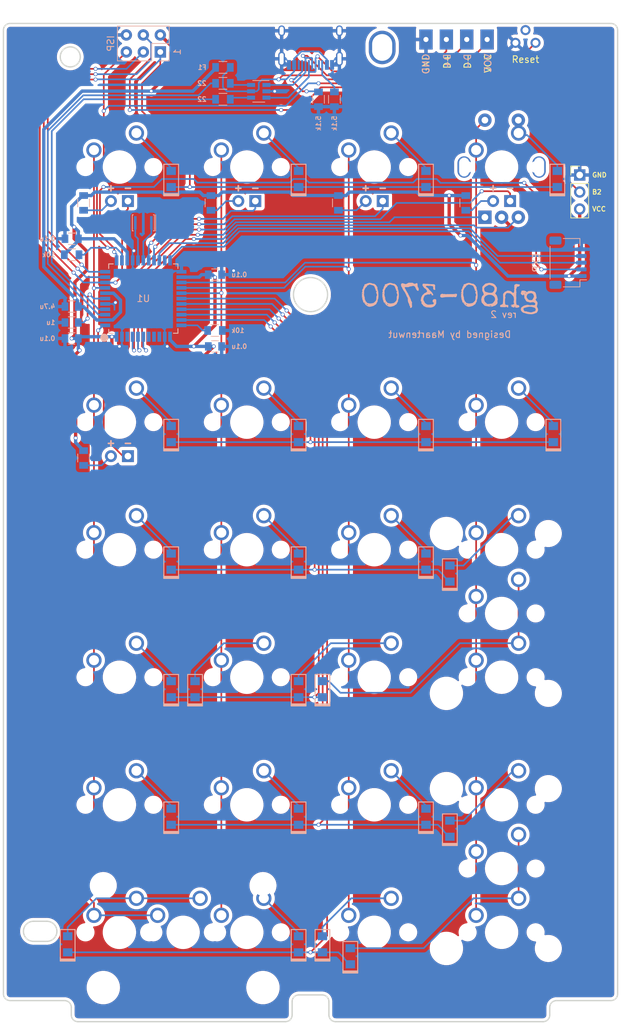
<source format=kicad_pcb>
(kicad_pcb (version 20200518) (host pcbnew "(5.99.0-1789-gecec7192f)")
  (layers (0 "F.Cu" signal) (31 "B.Cu" signal) (34 "B.Paste" user) (35 "F.Paste" user) (36 "B.SilkS" user) (37 "F.SilkS" user) (38 "B.Mask" user) (39 "F.Mask" user) (44 "Edge.Cuts" user))
  (net 0 "")
  (net 1 "GND")
  (net 2 "VCC")
  (net 3 "Net-(D1-Pad2)")
  (net 4 "Net-(D2-Pad2)")
  (net 5 "Net-(D3-Pad2)")
  (net 6 "Net-(D4-Pad2)")
  (net 7 "Net-(D5-Pad2)")
  (net 8 "Net-(D6-Pad2)")
  (net 9 "Net-(D7-Pad2)")
  (net 10 "Net-(D8-Pad2)")
  (net 11 "Net-(D9-Pad2)")
  (net 12 "Net-(D10-Pad2)")
  (net 13 "Net-(D11-Pad2)")
  (net 14 "Net-(D12-Pad2)")
  (net 15 "Net-(D13-Pad2)")
  (net 16 "Net-(D14-Pad2)")
  (net 17 "Net-(D15-Pad2)")
  (net 18 "Net-(D16-Pad2)")
  (net 19 "row1")
  (net 20 "Net-(D17-Pad2)")
  (net 21 "Net-(D18-Pad2)")
  (net 22 "Net-(D19-Pad2)")
  (net 23 "Net-(D20-Pad2)")
  (net 24 "Net-(D21-Pad2)")
  (net 25 "Net-(D22-Pad2)")
  (net 26 "Net-(D23-Pad2)")
  (net 27 "Net-(D24-Pad2)")
  (net 28 "row2")
  (net 29 "row3")
  (net 30 "row4")
  (net 31 "Net-(J1-Pad4)")
  (net 32 "Net-(J1-Pad10)")
  (net 33 "col0")
  (net 34 "col1")
  (net 35 "col2")
  (net 36 "col3")
  (net 37 "D-")
  (net 38 "D+")
  (net 39 "RST")
  (net 40 "MISO")
  (net 41 "MOSI")
  (net 42 "VBUS")
  (net 43 "row5")
  (net 44 "Net-(R101-Pad1)")
  (net 45 "Net-(R101-Pad2)")
  (net 46 "Net-(R102-Pad1)")
  (net 47 "Net-(R102-Pad2)")
  (net 48 "Net-(R106-Pad2)")
  (net 49 "Rotary_B")
  (net 50 "Rotary_A")
  (net 51 "LED1")
  (net 52 "LED_numlock")
  (net 53 "LED2")
  (net 54 "LED3")
  (net 55 "LED4")
  (net 56 "Net-(LED1-Pad2)")
  (net 57 "Net-(LED2-Pad2)")
  (net 58 "Net-(LED3-Pad2)")
  (net 59 "Net-(LED4-Pad2)")
  (net 60 "Net-(LED5-Pad2)")
  (net 61 "Net-(C3-Pad1)")
  (net 62 "Net-(U1-Pad17)")
  (net 63 "Net-(U1-Pad16)")
  (net 64 "CLK")
  (net 65 "DATA")
  (net 66 "speaker")
  (module "Connector_PinHeader_2.54mm:PinHeader_1x03_P2.54mm_Vertical" (layer "F.Cu") (at 40.251093 -17.85939)
    (fp_text reference "J5" hide)
    (fp_text value "RGB")
    (pad "3" thru_hole oval (at 0 5.08) (size 1.7 1.7) (drill 1) (layers *.Cu *.Mask) (net 2 "VCC"))
    (pad "2" thru_hole oval (at 0 2.54) (size 1.7 1.7) (drill 1) (layers *.Cu *.Mask) (net 41 "MOSI"))
    (pad "1" thru_hole rect (at 0 0) (size 1.7 1.7) (drill 1) (layers *.Cu *.Mask) (net 1 "GND"))
  )
  (module "Connector_JST:JST_SH_SM05B-SRSS-TB_1x05-1MP_P1.00mm_Horizontal" (layer "B.Cu") (at 38.504841 -4.762504 90)
    (fp_text reference "J4" hide)
    (fp_text value "EXP" (at 0 -4.762504 90) (layer "B.SilkS") (effects (justify mirror)))
    (pad "MP" smd roundrect (at 3.3 -1.875 90) (size 1.2 1.8) (layers "B.Cu" "B.Paste" "B.Mask") (roundrect_rratio 0.2083325))
    (pad "MP" smd roundrect (at -3.3 -1.875 90) (size 1.2 1.8) (layers "B.Cu" "B.Paste" "B.Mask") (roundrect_rratio 0.2083325))
    (pad "5" smd roundrect (at 2 2 90) (size 0.6 1.55) (layers "B.Cu" "B.Paste" "B.Mask") (net 1 "GND"))
    (pad "4" smd roundrect (at 1 2 90) (size 0.6 1.55) (layers "B.Cu" "B.Paste" "B.Mask") (net 65 "DATA"))
    (pad "3" smd roundrect (at 0 2 90) (size 0.6 1.55) (layers "B.Cu" "B.Paste" "B.Mask") (net 64 "CLK"))
    (pad "2" smd roundrect (at -1 2 90) (size 0.6 1.55) (layers "B.Cu" "B.Paste" "B.Mask") (net 66 "speaker"))
    (pad "1" smd roundrect (at -2 2 90) (size 0.6 1.55) (layers "B.Cu" "B.Paste" "B.Mask") (net 2 "VCC"))
  )
  (module "Keeb_components:Resonator_SMD_muRata_CSTNExxV-3Pin-p1.2" (layer "B.Cu") (at -25.003146 -10.715634 180)
    (fp_text reference "X1" hide)
    (fp_text value "XTAL_GND")
    (pad "2" smd rect (at 1.2 0 180) (size 0.4 2) (layers "B.Cu" "B.Paste" "B.Mask") (net 63 "Net-(U1-Pad16)"))
    (pad "3" smd rect (at 0 0 180) (size 0.4 2) (layers "B.Cu" "B.Paste" "B.Mask") (net 1 "GND"))
    (pad "1" smd rect (at -1.2 0 180) (size 0.4 2) (layers "B.Cu" "B.Paste" "B.Mask") (net 62 "Net-(U1-Pad17)"))
  )
  (module "footprints:logo" (layer "B.Cu") (at 20.835955 0.595313 180)
    (fp_text reference "G***" hide)
    (fp_text value "LOGO" hide)
  )
  (module "Keeb_components:R_0805" (layer "B.Cu") (at 23.217207 -13.692199 -90)
    (fp_text reference "R5" hide)
    (fp_text value "1k" hide)
    (pad "2" smd rect (at 1.1 0 270) (size 1 1.3) (layers "B.Cu" "B.Paste" "B.Mask") (net 60 "Net-(LED5-Pad2)"))
    (pad "1" smd rect (at -1.1 0 270) (size 1 1.3) (layers "B.Cu" "B.Paste" "B.Mask") (net 2 "VCC"))
  )
  (module "Keeb_components:R_0805" (layer "B.Cu") (at 4.167191 -13.692199 -90)
    (fp_text reference "R4" hide)
    (fp_text value "1k" hide)
    (pad "2" smd rect (at 1.1 0 270) (size 1 1.3) (layers "B.Cu" "B.Paste" "B.Mask") (net 59 "Net-(LED4-Pad2)"))
    (pad "1" smd rect (at -1.1 0 270) (size 1 1.3) (layers "B.Cu" "B.Paste" "B.Mask") (net 2 "VCC"))
  )
  (module "Keeb_components:R_0805" (layer "B.Cu") (at -14.882825 -13.692199 -90)
    (fp_text reference "R3" hide)
    (fp_text value "1k" hide)
    (pad "2" smd rect (at 1.1 0 270) (size 1 1.3) (layers "B.Cu" "B.Paste" "B.Mask") (net 58 "Net-(LED3-Pad2)"))
    (pad "1" smd rect (at -1.1 0 270) (size 1 1.3) (layers "B.Cu" "B.Paste" "B.Mask") (net 2 "VCC"))
  )
  (module "Keeb_components:R_0805" (layer "B.Cu") (at -33.932841 -13.692199 -90)
    (fp_text reference "R2" hide)
    (fp_text value "1k" hide)
    (pad "2" smd rect (at 1.1 0 270) (size 1 1.3) (layers "B.Cu" "B.Paste" "B.Mask") (net 57 "Net-(LED2-Pad2)"))
    (pad "1" smd rect (at -1.1 0 270) (size 1 1.3) (layers "B.Cu" "B.Paste" "B.Mask") (net 2 "VCC"))
  )
  (module "Keeb_switches:CHERRY_MX_LED" (layer "F.Cu") (at 28.57493 -19.049994)
    (fp_text reference "LED5" hide)
    (fp_text value "LED_ALT" hide)
    (pad "1" thru_hole rect (at 1.27 5.08) (size 1.778 1.778) (drill 0.9906) (layers *.Cu *.Mask) (net 55 "LED4"))
    (pad "2" thru_hole circle (at -1.27 5.08) (size 1.778 1.778) (drill 0.9906) (layers *.Cu *.Mask) (net 60 "Net-(LED5-Pad2)"))
  )
  (module "Keeb_switches:CHERRY_MX_LED" (layer "F.Cu") (at 9.525008 -19.050016)
    (fp_text reference "LED4" hide)
    (fp_text value "LED_ALT" hide)
    (pad "1" thru_hole rect (at 1.27 5.08) (size 1.778 1.778) (drill 0.9906) (layers *.Cu *.Mask) (net 54 "LED3"))
    (pad "2" thru_hole circle (at -1.27 5.08) (size 1.778 1.778) (drill 0.9906) (layers *.Cu *.Mask) (net 59 "Net-(LED4-Pad2)"))
  )
  (module "Keeb_switches:CHERRY_MX_LED" (layer "F.Cu") (at -9.52507 -19.049994)
    (fp_text reference "LED3" hide)
    (fp_text value "LED_ALT" hide)
    (pad "1" thru_hole rect (at 1.27 5.08) (size 1.778 1.778) (drill 0.9906) (layers *.Cu *.Mask) (net 53 "LED2"))
    (pad "2" thru_hole circle (at -1.27 5.08) (size 1.778 1.778) (drill 0.9906) (layers *.Cu *.Mask) (net 58 "Net-(LED3-Pad2)"))
  )
  (module "Keeb_switches:CHERRY_MX_LED" (layer "F.Cu") (at -28.57507 -19.049994)
    (fp_text reference "LED2" hide)
    (fp_text value "LED_ALT" hide)
    (pad "1" thru_hole rect (at 1.27 5.08) (size 1.778 1.778) (drill 0.9906) (layers *.Cu *.Mask) (net 51 "LED1"))
    (pad "2" thru_hole circle (at -1.27 5.08) (size 1.778 1.778) (drill 0.9906) (layers *.Cu *.Mask) (net 57 "Net-(LED2-Pad2)"))
  )
  (module "Keeb_components:RotaryEncoder_Alps_EC11" (layer "F.Cu") (at 28.57493 -19.049994 90)
    (fp_text reference "SW2" hide)
    (fp_text value "Rotary_Encoder_Switch")
    (pad "A" thru_hole rect (at -7.5 -2.5 90) (size 2 2) (drill 1) (layers *.Cu *.Mask) (net 50 "Rotary_A"))
    (pad "C" thru_hole circle (at -7.5 0 90) (size 2 2) (drill 1) (layers *.Cu *.Mask) (net 1 "GND"))
    (pad "B" thru_hole circle (at -7.5 2.5 90) (size 2 2) (drill 1) (layers *.Cu *.Mask) (net 49 "Rotary_B"))
    (pad "MP" thru_hole oval (at 0 -5.6 90) (size 3.2 2) (drill oval 2.8 1.5) (layers *.Cu *.Mask))
    (pad "MP" thru_hole oval (at 0 5.6 90) (size 3.2 2) (drill oval 2.8 1.5) (layers *.Cu *.Mask))
    (pad "S2" thru_hole circle (at 7 -2.5 90) (size 2 2) (drill 1) (layers *.Cu *.Mask) (net 36 "col3"))
    (pad "S1" thru_hole circle (at 7 2.5 90) (size 2 2) (drill 1) (layers *.Cu *.Mask) (net 6 "Net-(D4-Pad2)"))
  )
  (module "Keeb_switches:CHERRY_PLATE_100H" (layer "F.Cu") (at -9.52507 76.200006)
    (fp_text reference "K18" hide)
    (fp_text value "KEYSW" hide)
    (pad "HOLE" np_thru_hole circle (at 5.08 0) (size 1.7018 1.7018) (drill 1.7018) (layers *.Cu *.Mask))
    (pad "HOLE" np_thru_hole circle (at -5.08 0) (size 1.7018 1.7018) (drill 1.7018) (layers *.Cu *.Mask))
    (pad "HOLE" np_thru_hole circle (at 0 0) (size 3.9878 3.9878) (drill 3.9878) (layers *.Cu *.Mask))
    (pad "2" thru_hole circle (at -3.81 -2.54) (size 2.286 2.286) (drill 1.4986) (layers *.Cu *.Mask) (net 34 "col1"))
    (pad "1" thru_hole circle (at 2.54 -5.08) (size 2.286 2.286) (drill 1.4986) (layers *.Cu *.Mask) (net 21 "Net-(D18-Pad2)"))
  )
  (module "Keeb_components:strain_relief" (layer "B.Cu") (at 10.715634 -36.909406 180)
    (fp_text reference "REF**" hide)
    (fp_text value "strain_relief")
    (pad "" thru_hole oval (at 0 0 180) (size 4 5) (drill oval 3 4) (layers *.Cu *.Mask))
  )
  (module "Keeb_components:C_0805" (layer "B.Cu") (at -35.71878 4.167191 180)
    (fp_text reference "C3")
    (fp_text value "1u" (at 2.381252 0) (layer "B.SilkS") (effects (font (size 0.7 0.7)) (justify left mirror)))
    (pad "2" smd rect (at 1 0 180) (size 1 1.25) (layers "B.Cu" "B.Paste" "B.Mask") (net 1 "GND"))
    (pad "1" smd rect (at -1 0 180) (size 1 1.25) (layers "B.Cu" "B.Paste" "B.Mask") (net 61 "Net-(C3-Pad1)"))
  )
  (module "Keeb_components:C_0805" (layer "B.Cu") (at -14.287512 -2.976565 180)
    (fp_text reference "C4")
    (fp_text value "0.1u" (at -2.381252 0) (layer "B.SilkS") (effects (font (size 0.7 0.7)) (justify right mirror)))
    (pad "2" smd rect (at 1 0 180) (size 1 1.25) (layers "B.Cu" "B.Paste" "B.Mask") (net 2 "VCC"))
    (pad "1" smd rect (at -1 0 180) (size 1 1.25) (layers "B.Cu" "B.Paste" "B.Mask") (net 1 "GND"))
  )
  (module "Keeb_components:C_0805" (layer "B.Cu") (at -35.71878 6.548443)
    (fp_text reference "C5")
    (fp_text value "0.1u" (at -2.381252 0) (layer "B.SilkS") (effects (font (size 0.7 0.7)) (justify left mirror)))
    (pad "2" smd rect (at 1 0) (size 1 1.25) (layers "B.Cu" "B.Paste" "B.Mask") (net 2 "VCC"))
    (pad "1" smd rect (at -1 0) (size 1 1.25) (layers "B.Cu" "B.Paste" "B.Mask") (net 1 "GND"))
  )
  (module "Keeb_components:C_0805" (layer "B.Cu") (at -35.71878 -8.334382)
    (fp_text reference "C6")
    (fp_text value "0.1u" (at -2.381252 0) (layer "B.SilkS") (effects (font (size 0.7 0.7)) (justify left mirror)))
    (pad "2" smd rect (at 1 0) (size 1 1.25) (layers "B.Cu" "B.Paste" "B.Mask") (net 2 "VCC"))
    (pad "1" smd rect (at -1 0) (size 1 1.25) (layers "B.Cu" "B.Paste" "B.Mask") (net 1 "GND"))
  )
  (module "Keeb_components:C_0805" (layer "B.Cu") (at -14.287512 7.739069 180)
    (fp_text reference "C7")
    (fp_text value "0.1u" (at -2.381252 0) (layer "B.SilkS") (effects (font (size 0.7 0.7)) (justify right mirror)))
    (pad "2" smd rect (at 1 0 180) (size 1 1.25) (layers "B.Cu" "B.Paste" "B.Mask") (net 2 "VCC"))
    (pad "1" smd rect (at -1 0 180) (size 1 1.25) (layers "B.Cu" "B.Paste" "B.Mask") (net 1 "GND"))
  )
  (module "Keeb_components:C_0805" (layer "B.Cu") (at -35.71878 1.785939)
    (fp_text reference "C8")
    (fp_text value "4.7u" (at -2.381252 0) (layer "B.SilkS") (effects (font (size 0.7 0.7)) (justify left mirror)))
    (pad "2" smd rect (at 1 0) (size 1 1.25) (layers "B.Cu" "B.Paste" "B.Mask") (net 2 "VCC"))
    (pad "1" smd rect (at -1 0) (size 1 1.25) (layers "B.Cu" "B.Paste" "B.Mask") (net 1 "GND"))
  )
  (module "Keeb_components:D_0805" (layer "B.Cu") (at -20.835955 -17.264077 90)
    (fp_text reference "D1")
    (fp_text value "D" hide)
    (pad "1" smd rect (at -1.2 0 90) (size 1.2 1.4) (layers "B.Cu" "B.Paste" "B.Mask") (net 40 "MISO"))
    (pad "2" smd rect (at 1.2 0 90) (size 1.2 1.4) (layers "B.Cu" "B.Paste" "B.Mask") (net 3 "Net-(D1-Pad2)"))
  )
  (module "Keeb_components:D_0805" (layer "B.Cu") (at -1.785939 -17.264077 90)
    (fp_text reference "D2")
    (fp_text value "D" hide)
    (pad "1" smd rect (at -1.2 0 90) (size 1.2 1.4) (layers "B.Cu" "B.Paste" "B.Mask") (net 40 "MISO"))
    (pad "2" smd rect (at 1.2 0 90) (size 1.2 1.4) (layers "B.Cu" "B.Paste" "B.Mask") (net 4 "Net-(D2-Pad2)"))
  )
  (module "Keeb_components:D_0805" (layer "B.Cu") (at 17.264077 -17.264077 90)
    (fp_text reference "D3")
    (fp_text value "D" hide)
    (pad "1" smd rect (at -1.2 0 90) (size 1.2 1.4) (layers "B.Cu" "B.Paste" "B.Mask") (net 40 "MISO"))
    (pad "2" smd rect (at 1.2 0 90) (size 1.2 1.4) (layers "B.Cu" "B.Paste" "B.Mask") (net 5 "Net-(D3-Pad2)"))
  )
  (module "Keeb_components:D_0805" (layer "B.Cu") (at 36.909406 -17.264077 90)
    (fp_text reference "D4")
    (fp_text value "D" hide)
    (pad "1" smd rect (at -1.2 0 90) (size 1.2 1.4) (layers "B.Cu" "B.Paste" "B.Mask") (net 40 "MISO"))
    (pad "2" smd rect (at 1.2 0 90) (size 1.2 1.4) (layers "B.Cu" "B.Paste" "B.Mask") (net 6 "Net-(D4-Pad2)"))
  )
  (module "Keeb_components:D_0805" (layer "B.Cu") (at -20.835955 20.835955 90)
    (fp_text reference "D5")
    (fp_text value "D" hide)
    (pad "1" smd rect (at -1.2 0 90) (size 1.2 1.4) (layers "B.Cu" "B.Paste" "B.Mask") (net 19 "row1"))
    (pad "2" smd rect (at 1.2 0 90) (size 1.2 1.4) (layers "B.Cu" "B.Paste" "B.Mask") (net 7 "Net-(D5-Pad2)"))
  )
  (module "Keeb_components:D_0805" (layer "B.Cu") (at -1.785939 20.835955 90)
    (fp_text reference "D6")
    (fp_text value "D" hide)
    (pad "1" smd rect (at -1.2 0 90) (size 1.2 1.4) (layers "B.Cu" "B.Paste" "B.Mask") (net 19 "row1"))
    (pad "2" smd rect (at 1.2 0 90) (size 1.2 1.4) (layers "B.Cu" "B.Paste" "B.Mask") (net 8 "Net-(D6-Pad2)"))
  )
  (module "Keeb_components:D_0805" (layer "B.Cu") (at 17.264077 20.835955 90)
    (fp_text reference "D7")
    (fp_text value "D" hide)
    (pad "1" smd rect (at -1.2 0 90) (size 1.2 1.4) (layers "B.Cu" "B.Paste" "B.Mask") (net 19 "row1"))
    (pad "2" smd rect (at 1.2 0 90) (size 1.2 1.4) (layers "B.Cu" "B.Paste" "B.Mask") (net 9 "Net-(D7-Pad2)"))
  )
  (module "Keeb_components:D_0805" (layer "B.Cu") (at 36.314093 20.835955 90)
    (fp_text reference "D8")
    (fp_text value "D" hide)
    (pad "1" smd rect (at -1.2 0 90) (size 1.2 1.4) (layers "B.Cu" "B.Paste" "B.Mask") (net 19 "row1"))
    (pad "2" smd rect (at 1.2 0 90) (size 1.2 1.4) (layers "B.Cu" "B.Paste" "B.Mask") (net 10 "Net-(D8-Pad2)"))
  )
  (module "Keeb_components:D_0805" (layer "B.Cu") (at -20.835955 39.885971 90)
    (fp_text reference "D9")
    (fp_text value "D" hide)
    (pad "1" smd rect (at -1.2 0 90) (size 1.2 1.4) (layers "B.Cu" "B.Paste" "B.Mask") (net 28 "row2"))
    (pad "2" smd rect (at 1.2 0 90) (size 1.2 1.4) (layers "B.Cu" "B.Paste" "B.Mask") (net 11 "Net-(D9-Pad2)"))
  )
  (module "Keeb_components:D_0805" (layer "B.Cu") (at -1.785939 39.885971 90)
    (fp_text reference "D10")
    (fp_text value "D" hide)
    (pad "1" smd rect (at -1.2 0 90) (size 1.2 1.4) (layers "B.Cu" "B.Paste" "B.Mask") (net 28 "row2"))
    (pad "2" smd rect (at 1.2 0 90) (size 1.2 1.4) (layers "B.Cu" "B.Paste" "B.Mask") (net 12 "Net-(D10-Pad2)"))
  )
  (module "Keeb_components:D_0805" (layer "B.Cu") (at 17.264077 39.885971 90)
    (fp_text reference "D11")
    (fp_text value "D" hide)
    (pad "1" smd rect (at -1.2 0 90) (size 1.2 1.4) (layers "B.Cu" "B.Paste" "B.Mask") (net 28 "row2"))
    (pad "2" smd rect (at 1.2 0 90) (size 1.2 1.4) (layers "B.Cu" "B.Paste" "B.Mask") (net 13 "Net-(D11-Pad2)"))
  )
  (module "Keeb_components:D_0805" (layer "B.Cu") (at 20.835955 41.67191 90)
    (fp_text reference "D12")
    (fp_text value "D" hide)
    (pad "1" smd rect (at -1.2 0 90) (size 1.2 1.4) (layers "B.Cu" "B.Paste" "B.Mask") (net 28 "row2"))
    (pad "2" smd rect (at 1.2 0 90) (size 1.2 1.4) (layers "B.Cu" "B.Paste" "B.Mask") (net 14 "Net-(D12-Pad2)"))
  )
  (module "Keeb_components:D_0805" (layer "B.Cu") (at -20.835955 58.935987 90)
    (fp_text reference "D13")
    (fp_text value "D" hide)
    (pad "1" smd rect (at -1.2 0 90) (size 1.2 1.4) (layers "B.Cu" "B.Paste" "B.Mask") (net 29 "row3"))
    (pad "2" smd rect (at 1.2 0 90) (size 1.2 1.4) (layers "B.Cu" "B.Paste" "B.Mask") (net 15 "Net-(D13-Pad2)"))
  )
  (module "Keeb_components:D_0805" (layer "B.Cu") (at -17.264077 58.935987 90)
    (fp_text reference "D14")
    (fp_text value "D" hide)
    (pad "1" smd rect (at -1.2 0 90) (size 1.2 1.4) (layers "B.Cu" "B.Paste" "B.Mask") (net 29 "row3"))
    (pad "2" smd rect (at 1.2 0 90) (size 1.2 1.4) (layers "B.Cu" "B.Paste" "B.Mask") (net 16 "Net-(D14-Pad2)"))
  )
  (module "Keeb_components:D_0805" (layer "B.Cu") (at -1.785939 58.935987 90)
    (fp_text reference "D15")
    (fp_text value "D" hide)
    (pad "1" smd rect (at -1.2 0 90) (size 1.2 1.4) (layers "B.Cu" "B.Paste" "B.Mask") (net 29 "row3"))
    (pad "2" smd rect (at 1.2 0 90) (size 1.2 1.4) (layers "B.Cu" "B.Paste" "B.Mask") (net 17 "Net-(D15-Pad2)"))
  )
  (module "Keeb_components:D_0805" (layer "B.Cu") (at 1.785939 58.935987 90)
    (fp_text reference "D16")
    (fp_text value "D" hide)
    (pad "1" smd rect (at -1.2 0 90) (size 1.2 1.4) (layers "B.Cu" "B.Paste" "B.Mask") (net 29 "row3"))
    (pad "2" smd rect (at 1.2 0 90) (size 1.2 1.4) (layers "B.Cu" "B.Paste" "B.Mask") (net 18 "Net-(D16-Pad2)"))
  )
  (module "Keeb_components:D_0805" (layer "B.Cu") (at -20.835955 77.986003 90)
    (fp_text reference "D17")
    (fp_text value "D" hide)
    (pad "1" smd rect (at -1.2 0 90) (size 1.2 1.4) (layers "B.Cu" "B.Paste" "B.Mask") (net 30 "row4"))
    (pad "2" smd rect (at 1.2 0 90) (size 1.2 1.4) (layers "B.Cu" "B.Paste" "B.Mask") (net 20 "Net-(D17-Pad2)"))
  )
  (module "Keeb_components:D_0805" (layer "B.Cu") (at -1.785939 77.986003 90)
    (fp_text reference "D18")
    (fp_text value "D" hide)
    (pad "1" smd rect (at -1.2 0 90) (size 1.2 1.4) (layers "B.Cu" "B.Paste" "B.Mask") (net 30 "row4"))
    (pad "2" smd rect (at 1.2 0 90) (size 1.2 1.4) (layers "B.Cu" "B.Paste" "B.Mask") (net 21 "Net-(D18-Pad2)"))
  )
  (module "Keeb_components:D_0805" (layer "B.Cu") (at 17.264077 77.986003 90)
    (fp_text reference "D19")
    (fp_text value "D" hide)
    (pad "1" smd rect (at -1.2 0 90) (size 1.2 1.4) (layers "B.Cu" "B.Paste" "B.Mask") (net 30 "row4"))
    (pad "2" smd rect (at 1.2 0 90) (size 1.2 1.4) (layers "B.Cu" "B.Paste" "B.Mask") (net 22 "Net-(D19-Pad2)"))
  )
  (module "Keeb_components:D_0805" (layer "B.Cu") (at 20.835955 79.771942 90)
    (fp_text reference "D20")
    (fp_text value "D" hide)
    (pad "1" smd rect (at -1.2 0 90) (size 1.2 1.4) (layers "B.Cu" "B.Paste" "B.Mask") (net 30 "row4"))
    (pad "2" smd rect (at 1.2 0 90) (size 1.2 1.4) (layers "B.Cu" "B.Paste" "B.Mask") (net 23 "Net-(D20-Pad2)"))
  )
  (module "Keeb_components:D_0805" (layer "B.Cu") (at -36.314093 97.036019 90)
    (fp_text reference "D21")
    (fp_text value "D" hide)
    (pad "1" smd rect (at -1.2 0 90) (size 1.2 1.4) (layers "B.Cu" "B.Paste" "B.Mask") (net 43 "row5"))
    (pad "2" smd rect (at 1.2 0 90) (size 1.2 1.4) (layers "B.Cu" "B.Paste" "B.Mask") (net 24 "Net-(D21-Pad2)"))
  )
  (module "Keeb_components:D_0805" (layer "B.Cu") (at -1.785939 97.036019 90)
    (fp_text reference "D22")
    (fp_text value "D" hide)
    (pad "1" smd rect (at -1.2 0 90) (size 1.2 1.4) (layers "B.Cu" "B.Paste" "B.Mask") (net 43 "row5"))
    (pad "2" smd rect (at 1.2 0 90) (size 1.2 1.4) (layers "B.Cu" "B.Paste" "B.Mask") (net 25 "Net-(D22-Pad2)"))
  )
  (module "Keeb_components:D_0805" (layer "B.Cu") (at 1.785939 97.036019 90)
    (fp_text reference "D23")
    (fp_text value "D" hide)
    (pad "1" smd rect (at -1.2 0 90) (size 1.2 1.4) (layers "B.Cu" "B.Paste" "B.Mask") (net 43 "row5"))
    (pad "2" smd rect (at 1.2 0 90) (size 1.2 1.4) (layers "B.Cu" "B.Paste" "B.Mask") (net 26 "Net-(D23-Pad2)"))
  )
  (module "Keeb_components:D_0805" (layer "B.Cu") (at 5.95313 98.821958 90)
    (fp_text reference "D24")
    (fp_text value "D" hide)
    (pad "1" smd rect (at -1.2 0 90) (size 1.2 1.4) (layers "B.Cu" "B.Paste" "B.Mask") (net 43 "row5"))
    (pad "2" smd rect (at 1.2 0 90) (size 1.2 1.4) (layers "B.Cu" "B.Paste" "B.Mask") (net 27 "Net-(D24-Pad2)"))
  )
  (module "Keeb_components:R_0805" (layer "B.Cu") (at -13.096886 -33.932841)
    (fp_text reference "F1" (at -2.381252 0 -180) (layer "B.SilkS") (effects (font (size 0.7 0.7)) (justify left mirror)))
    (fp_text value "Polyfuse" hide)
    (pad "2" smd rect (at 1.1 0) (size 1 1.3) (layers "B.Cu" "B.Paste" "B.Mask") (net 42 "VBUS"))
    (pad "1" smd rect (at -1.1 0) (size 1 1.3) (layers "B.Cu" "B.Paste" "B.Mask") (net 2 "VCC"))
  )
  (module "Keeb_components:HRO-TYPE-C-31-M-12" (layer "B.Cu") (at 0 -42)
    (fp_text reference "J1" hide)
    (fp_text value "HRO-TYPE-C-31-M-12")
    (pad "12" smd rect (at 3.225 7.695) (size 0.6 1.45) (layers "B.Cu" "B.Paste" "B.Mask") (net 1 "GND"))
    (pad "1" smd rect (at -3.225 7.695) (size 0.6 1.45) (layers "B.Cu" "B.Paste" "B.Mask") (net 1 "GND"))
    (pad "11" smd rect (at 2.45 7.695) (size 0.6 1.45) (layers "B.Cu" "B.Paste" "B.Mask") (net 42 "VBUS"))
    (pad "2" smd rect (at -2.45 7.695) (size 0.6 1.45) (layers "B.Cu" "B.Paste" "B.Mask") (net 42 "VBUS"))
    (pad "3" smd rect (at -1.75 7.695) (size 0.3 1.45) (layers "B.Cu" "B.Paste" "B.Mask"))
    (pad "10" smd rect (at 1.75 7.695) (size 0.3 1.45) (layers "B.Cu" "B.Paste" "B.Mask") (net 32 "Net-(J1-Pad10)"))
    (pad "4" smd rect (at -1.25 7.695) (size 0.3 1.45) (layers "B.Cu" "B.Paste" "B.Mask") (net 31 "Net-(J1-Pad4)"))
    (pad "9" smd rect (at 1.25 7.695) (size 0.3 1.45) (layers "B.Cu" "B.Paste" "B.Mask"))
    (pad "5" smd rect (at -0.75 7.695) (size 0.3 1.45) (layers "B.Cu" "B.Paste" "B.Mask") (net 37 "D-"))
    (pad "8" smd rect (at 0.75 7.695) (size 0.3 1.45) (layers "B.Cu" "B.Paste" "B.Mask") (net 38 "D+"))
    (pad "7" smd rect (at 0.25 7.695) (size 0.3 1.45) (layers "B.Cu" "B.Paste" "B.Mask") (net 37 "D-"))
    (pad "6" smd rect (at -0.25 7.695) (size 0.3 1.45) (layers "B.Cu" "B.Paste" "B.Mask") (net 38 "D+"))
    (pad "" np_thru_hole circle (at 2.89 6.25) (size 0.65 0.65) (drill 0.65) (layers *.Cu *.Mask))
    (pad "" np_thru_hole circle (at -2.89 6.25) (size 0.65 0.65) (drill 0.65) (layers *.Cu *.Mask))
    (pad "13" thru_hole oval (at -4.32 6.78) (size 1 2.1) (drill oval 0.6 1.7) (layers *.Cu *.Mask) (net 1 "GND"))
    (pad "13" thru_hole oval (at 4.32 6.78) (size 1 2.1) (drill oval 0.6 1.7) (layers *.Cu *.Mask) (net 1 "GND"))
    (pad "13" thru_hole oval (at -4.32 2.6) (size 1 1.6) (drill oval 0.6 1.2) (layers *.Cu *.Mask) (net 1 "GND"))
    (pad "13" thru_hole oval (at 4.32 2.6) (size 1 1.6) (drill oval 0.6 1.2) (layers *.Cu *.Mask) (net 1 "GND"))
  )
  (module "Keeb_components:isp_standard" (layer "B.Cu") (at -25.003146 -37.504719 90)
    (fp_text reference "J2" hide)
    (fp_text value "ISP" (at 0 -4.87 270) (layer "B.SilkS") (effects (justify mirror)))
    (fp_text user "1" (at -1.27 5.08 270) (layer "B.SilkS") (effects (justify mirror)))
    (pad "6" thru_hole oval (at 1.27 -2.54 90) (size 1.7 1.7) (drill 0.85) (layers *.Cu *.Mask) (net 1 "GND"))
    (pad "5" thru_hole oval (at -1.27 -2.54 90) (size 1.7 1.7) (drill 0.85) (layers *.Cu *.Mask) (net 39 "RST"))
    (pad "4" thru_hole oval (at 1.27 0 90) (size 1.7 1.7) (drill 0.85) (layers *.Cu *.Mask) (net 41 "MOSI"))
    (pad "3" thru_hole oval (at -1.27 0 90) (size 1.7 1.7) (drill 0.85) (layers *.Cu *.Mask) (net 51 "LED1"))
    (pad "2" thru_hole oval (at 1.27 2.54 90) (size 1.7 1.7) (drill 0.85) (layers *.Cu *.Mask) (net 2 "VCC"))
    (pad "1" thru_hole rect (at -1.27 2.54 90) (size 1.7 1.7) (drill 0.85) (layers *.Cu *.Mask) (net 40 "MISO"))
  )
  (module "Keeb_switches:CHERRY_PLATE_100H" (layer "F.Cu") (at -28.57507 -19.049994)
    (fp_text reference "K1" hide)
    (fp_text value "KEYSW" hide)
    (pad "HOLE" np_thru_hole circle (at 5.08 0) (size 1.7018 1.7018) (drill 1.7018) (layers *.Cu *.Mask))
    (pad "HOLE" np_thru_hole circle (at -5.08 0) (size 1.7018 1.7018) (drill 1.7018) (layers *.Cu *.Mask))
    (pad "HOLE" np_thru_hole circle (at 0 0) (size 3.9878 3.9878) (drill 3.9878) (layers *.Cu *.Mask))
    (pad "2" thru_hole circle (at -3.81 -2.54) (size 2.286 2.286) (drill 1.4986) (layers *.Cu *.Mask) (net 33 "col0"))
    (pad "1" thru_hole circle (at 2.54 -5.08) (size 2.286 2.286) (drill 1.4986) (layers *.Cu *.Mask) (net 3 "Net-(D1-Pad2)"))
  )
  (module "Keeb_switches:CHERRY_PLATE_100H" (layer "F.Cu") (at -9.52507 -19.049994)
    (fp_text reference "K2" hide)
    (fp_text value "KEYSW" hide)
    (pad "HOLE" np_thru_hole circle (at 5.08 0) (size 1.7018 1.7018) (drill 1.7018) (layers *.Cu *.Mask))
    (pad "HOLE" np_thru_hole circle (at -5.08 0) (size 1.7018 1.7018) (drill 1.7018) (layers *.Cu *.Mask))
    (pad "HOLE" np_thru_hole circle (at 0 0) (size 3.9878 3.9878) (drill 3.9878) (layers *.Cu *.Mask))
    (pad "2" thru_hole circle (at -3.81 -2.54) (size 2.286 2.286) (drill 1.4986) (layers *.Cu *.Mask) (net 34 "col1"))
    (pad "1" thru_hole circle (at 2.54 -5.08) (size 2.286 2.286) (drill 1.4986) (layers *.Cu *.Mask) (net 4 "Net-(D2-Pad2)"))
  )
  (module "Keeb_switches:CHERRY_PLATE_100H" (layer "F.Cu") (at 9.525008 -19.050016)
    (fp_text reference "K3" hide)
    (fp_text value "KEYSW" hide)
    (pad "HOLE" np_thru_hole circle (at 5.08 0) (size 1.7018 1.7018) (drill 1.7018) (layers *.Cu *.Mask))
    (pad "HOLE" np_thru_hole circle (at -5.08 0) (size 1.7018 1.7018) (drill 1.7018) (layers *.Cu *.Mask))
    (pad "HOLE" np_thru_hole circle (at 0 0) (size 3.9878 3.9878) (drill 3.9878) (layers *.Cu *.Mask))
    (pad "2" thru_hole circle (at -3.81 -2.54) (size 2.286 2.286) (drill 1.4986) (layers *.Cu *.Mask) (net 35 "col2"))
    (pad "1" thru_hole circle (at 2.54 -5.08) (size 2.286 2.286) (drill 1.4986) (layers *.Cu *.Mask) (net 5 "Net-(D3-Pad2)"))
  )
  (module "Keeb_switches:CHERRY_PLATE_100H" (layer "F.Cu") (at 28.575024 -19.050016)
    (fp_text reference "K4" hide)
    (fp_text value "KEYSW" hide)
    (pad "HOLE" np_thru_hole circle (at 5.08 0) (size 1.7018 1.7018) (drill 1.7018) (layers *.Cu *.Mask))
    (pad "HOLE" np_thru_hole circle (at -5.08 0) (size 1.7018 1.7018) (drill 1.7018) (layers *.Cu *.Mask))
    (pad "HOLE" np_thru_hole circle (at 0 0) (size 3.9878 3.9878) (drill 3.9878) (layers *.Cu *.Mask))
    (pad "2" thru_hole circle (at -3.81 -2.54) (size 2.286 2.286) (drill 1.4986) (layers *.Cu *.Mask) (net 36 "col3"))
    (pad "1" thru_hole circle (at 2.54 -5.08) (size 2.286 2.286) (drill 1.4986) (layers *.Cu *.Mask) (net 6 "Net-(D4-Pad2)"))
  )
  (module "Keeb_switches:CHERRY_PLATE_100H" (layer "F.Cu") (at -28.57507 19.050006)
    (fp_text reference "K5" hide)
    (fp_text value "KEYSW" hide)
    (pad "HOLE" np_thru_hole circle (at 5.08 0) (size 1.7018 1.7018) (drill 1.7018) (layers *.Cu *.Mask))
    (pad "HOLE" np_thru_hole circle (at -5.08 0) (size 1.7018 1.7018) (drill 1.7018) (layers *.Cu *.Mask))
    (pad "HOLE" np_thru_hole circle (at 0 0) (size 3.9878 3.9878) (drill 3.9878) (layers *.Cu *.Mask))
    (pad "2" thru_hole circle (at -3.81 -2.54) (size 2.286 2.286) (drill 1.4986) (layers *.Cu *.Mask) (net 33 "col0"))
    (pad "1" thru_hole circle (at 2.54 -5.08) (size 2.286 2.286) (drill 1.4986) (layers *.Cu *.Mask) (net 7 "Net-(D5-Pad2)"))
  )
  (module "Keeb_switches:CHERRY_PLATE_100H" (layer "F.Cu") (at -9.52507 19.050006)
    (fp_text reference "K6" hide)
    (fp_text value "KEYSW" hide)
    (pad "HOLE" np_thru_hole circle (at 5.08 0) (size 1.7018 1.7018) (drill 1.7018) (layers *.Cu *.Mask))
    (pad "HOLE" np_thru_hole circle (at -5.08 0) (size 1.7018 1.7018) (drill 1.7018) (layers *.Cu *.Mask))
    (pad "HOLE" np_thru_hole circle (at 0 0) (size 3.9878 3.9878) (drill 3.9878) (layers *.Cu *.Mask))
    (pad "2" thru_hole circle (at -3.81 -2.54) (size 2.286 2.286) (drill 1.4986) (layers *.Cu *.Mask) (net 34 "col1"))
    (pad "1" thru_hole circle (at 2.54 -5.08) (size 2.286 2.286) (drill 1.4986) (layers *.Cu *.Mask) (net 8 "Net-(D6-Pad2)"))
  )
  (module "Keeb_switches:CHERRY_PLATE_100H" (layer "F.Cu") (at 9.52493 19.050006)
    (fp_text reference "K7" hide)
    (fp_text value "KEYSW" hide)
    (pad "HOLE" np_thru_hole circle (at 5.08 0) (size 1.7018 1.7018) (drill 1.7018) (layers *.Cu *.Mask))
    (pad "HOLE" np_thru_hole circle (at -5.08 0) (size 1.7018 1.7018) (drill 1.7018) (layers *.Cu *.Mask))
    (pad "HOLE" np_thru_hole circle (at 0 0) (size 3.9878 3.9878) (drill 3.9878) (layers *.Cu *.Mask))
    (pad "2" thru_hole circle (at -3.81 -2.54) (size 2.286 2.286) (drill 1.4986) (layers *.Cu *.Mask) (net 35 "col2"))
    (pad "1" thru_hole circle (at 2.54 -5.08) (size 2.286 2.286) (drill 1.4986) (layers *.Cu *.Mask) (net 9 "Net-(D7-Pad2)"))
  )
  (module "Keeb_switches:CHERRY_PLATE_100H" (layer "F.Cu") (at 28.57493 19.050006)
    (fp_text reference "K8" hide)
    (fp_text value "KEYSW" hide)
    (pad "HOLE" np_thru_hole circle (at 5.08 0) (size 1.7018 1.7018) (drill 1.7018) (layers *.Cu *.Mask))
    (pad "HOLE" np_thru_hole circle (at -5.08 0) (size 1.7018 1.7018) (drill 1.7018) (layers *.Cu *.Mask))
    (pad "HOLE" np_thru_hole circle (at 0 0) (size 3.9878 3.9878) (drill 3.9878) (layers *.Cu *.Mask))
    (pad "2" thru_hole circle (at -3.81 -2.54) (size 2.286 2.286) (drill 1.4986) (layers *.Cu *.Mask) (net 36 "col3"))
    (pad "1" thru_hole circle (at 2.54 -5.08) (size 2.286 2.286) (drill 1.4986) (layers *.Cu *.Mask) (net 10 "Net-(D8-Pad2)"))
  )
  (module "Keeb_switches:CHERRY_PLATE_100H" (layer "F.Cu") (at -28.57507 38.100006)
    (fp_text reference "K9" hide)
    (fp_text value "KEYSW" hide)
    (pad "HOLE" np_thru_hole circle (at 5.08 0) (size 1.7018 1.7018) (drill 1.7018) (layers *.Cu *.Mask))
    (pad "HOLE" np_thru_hole circle (at -5.08 0) (size 1.7018 1.7018) (drill 1.7018) (layers *.Cu *.Mask))
    (pad "HOLE" np_thru_hole circle (at 0 0) (size 3.9878 3.9878) (drill 3.9878) (layers *.Cu *.Mask))
    (pad "2" thru_hole circle (at -3.81 -2.54) (size 2.286 2.286) (drill 1.4986) (layers *.Cu *.Mask) (net 33 "col0"))
    (pad "1" thru_hole circle (at 2.54 -5.08) (size 2.286 2.286) (drill 1.4986) (layers *.Cu *.Mask) (net 11 "Net-(D9-Pad2)"))
  )
  (module "Keeb_switches:CHERRY_PLATE_100H" (layer "F.Cu") (at -9.52507 38.100006)
    (fp_text reference "K10" hide)
    (fp_text value "KEYSW" hide)
    (pad "HOLE" np_thru_hole circle (at 5.08 0) (size 1.7018 1.7018) (drill 1.7018) (layers *.Cu *.Mask))
    (pad "HOLE" np_thru_hole circle (at -5.08 0) (size 1.7018 1.7018) (drill 1.7018) (layers *.Cu *.Mask))
    (pad "HOLE" np_thru_hole circle (at 0 0) (size 3.9878 3.9878) (drill 3.9878) (layers *.Cu *.Mask))
    (pad "2" thru_hole circle (at -3.81 -2.54) (size 2.286 2.286) (drill 1.4986) (layers *.Cu *.Mask) (net 34 "col1"))
    (pad "1" thru_hole circle (at 2.54 -5.08) (size 2.286 2.286) (drill 1.4986) (layers *.Cu *.Mask) (net 12 "Net-(D10-Pad2)"))
  )
  (module "Keeb_switches:CHERRY_PLATE_100H" (layer "F.Cu") (at 9.52493 38.100006)
    (fp_text reference "K11" hide)
    (fp_text value "KEYSW" hide)
    (pad "HOLE" np_thru_hole circle (at 5.08 0) (size 1.7018 1.7018) (drill 1.7018) (layers *.Cu *.Mask))
    (pad "HOLE" np_thru_hole circle (at -5.08 0) (size 1.7018 1.7018) (drill 1.7018) (layers *.Cu *.Mask))
    (pad "HOLE" np_thru_hole circle (at 0 0) (size 3.9878 3.9878) (drill 3.9878) (layers *.Cu *.Mask))
    (pad "2" thru_hole circle (at -3.81 -2.54) (size 2.286 2.286) (drill 1.4986) (layers *.Cu *.Mask) (net 35 "col2"))
    (pad "1" thru_hole circle (at 2.54 -5.08) (size 2.286 2.286) (drill 1.4986) (layers *.Cu *.Mask) (net 13 "Net-(D11-Pad2)"))
  )
  (module "Keeb_switches:CHERRY_PLATE_100H" (layer "F.Cu") (at 28.57493 38.100006)
    (fp_text reference "K12" hide)
    (fp_text value "KEYSW" hide)
    (pad "HOLE" np_thru_hole circle (at 5.08 0) (size 1.7018 1.7018) (drill 1.7018) (layers *.Cu *.Mask))
    (pad "HOLE" np_thru_hole circle (at -5.08 0) (size 1.7018 1.7018) (drill 1.7018) (layers *.Cu *.Mask))
    (pad "HOLE" np_thru_hole circle (at 0 0) (size 3.9878 3.9878) (drill 3.9878) (layers *.Cu *.Mask))
    (pad "2" thru_hole circle (at -3.81 -2.54) (size 2.286 2.286) (drill 1.4986) (layers *.Cu *.Mask) (net 36 "col3"))
    (pad "1" thru_hole circle (at 2.54 -5.08) (size 2.286 2.286) (drill 1.4986) (layers *.Cu *.Mask) (net 14 "Net-(D12-Pad2)"))
  )
  (module "Keeb_switches:CHERRY_PLATE_100H" (layer "F.Cu") (at -28.57507 57.150006)
    (fp_text reference "K13" hide)
    (fp_text value "KEYSW" hide)
    (pad "HOLE" np_thru_hole circle (at 5.08 0) (size 1.7018 1.7018) (drill 1.7018) (layers *.Cu *.Mask))
    (pad "HOLE" np_thru_hole circle (at -5.08 0) (size 1.7018 1.7018) (drill 1.7018) (layers *.Cu *.Mask))
    (pad "HOLE" np_thru_hole circle (at 0 0) (size 3.9878 3.9878) (drill 3.9878) (layers *.Cu *.Mask))
    (pad "2" thru_hole circle (at -3.81 -2.54) (size 2.286 2.286) (drill 1.4986) (layers *.Cu *.Mask) (net 33 "col0"))
    (pad "1" thru_hole circle (at 2.54 -5.08) (size 2.286 2.286) (drill 1.4986) (layers *.Cu *.Mask) (net 15 "Net-(D13-Pad2)"))
  )
  (module "Keeb_switches:CHERRY_PLATE_100H" (layer "F.Cu") (at -9.52507 57.150006)
    (fp_text reference "K14" hide)
    (fp_text value "KEYSW" hide)
    (pad "HOLE" np_thru_hole circle (at 5.08 0) (size 1.7018 1.7018) (drill 1.7018) (layers *.Cu *.Mask))
    (pad "HOLE" np_thru_hole circle (at -5.08 0) (size 1.7018 1.7018) (drill 1.7018) (layers *.Cu *.Mask))
    (pad "HOLE" np_thru_hole circle (at 0 0) (size 3.9878 3.9878) (drill 3.9878) (layers *.Cu *.Mask))
    (pad "2" thru_hole circle (at -3.81 -2.54) (size 2.286 2.286) (drill 1.4986) (layers *.Cu *.Mask) (net 34 "col1"))
    (pad "1" thru_hole circle (at 2.54 -5.08) (size 2.286 2.286) (drill 1.4986) (layers *.Cu *.Mask) (net 16 "Net-(D14-Pad2)"))
  )
  (module "Keeb_switches:CHERRY_PLATE_100H" (layer "F.Cu") (at 9.52493 57.150006)
    (fp_text reference "K15" hide)
    (fp_text value "KEYSW" hide)
    (pad "HOLE" np_thru_hole circle (at 5.08 0) (size 1.7018 1.7018) (drill 1.7018) (layers *.Cu *.Mask))
    (pad "HOLE" np_thru_hole circle (at -5.08 0) (size 1.7018 1.7018) (drill 1.7018) (layers *.Cu *.Mask))
    (pad "HOLE" np_thru_hole circle (at 0 0) (size 3.9878 3.9878) (drill 3.9878) (layers *.Cu *.Mask))
    (pad "2" thru_hole circle (at -3.81 -2.54) (size 2.286 2.286) (drill 1.4986) (layers *.Cu *.Mask) (net 35 "col2"))
    (pad "1" thru_hole circle (at 2.54 -5.08) (size 2.286 2.286) (drill 1.4986) (layers *.Cu *.Mask) (net 17 "Net-(D15-Pad2)"))
  )
  (module "Keeb_switches:CHERRY_PLATE_100H" (layer "F.Cu") (at 28.57493 57.150006)
    (fp_text reference "K16" hide)
    (fp_text value "KEYSW" hide)
    (pad "HOLE" np_thru_hole circle (at 5.08 0) (size 1.7018 1.7018) (drill 1.7018) (layers *.Cu *.Mask))
    (pad "HOLE" np_thru_hole circle (at -5.08 0) (size 1.7018 1.7018) (drill 1.7018) (layers *.Cu *.Mask))
    (pad "HOLE" np_thru_hole circle (at 0 0) (size 3.9878 3.9878) (drill 3.9878) (layers *.Cu *.Mask))
    (pad "2" thru_hole circle (at -3.81 -2.54) (size 2.286 2.286) (drill 1.4986) (layers *.Cu *.Mask) (net 36 "col3"))
    (pad "1" thru_hole circle (at 2.54 -5.08) (size 2.286 2.286) (drill 1.4986) (layers *.Cu *.Mask) (net 18 "Net-(D16-Pad2)"))
  )
  (module "Keeb_switches:CHERRY_PLATE_100H" (layer "F.Cu") (at -28.57507 76.200006)
    (fp_text reference "K17" hide)
    (fp_text value "KEYSW" hide)
    (pad "HOLE" np_thru_hole circle (at 5.08 0) (size 1.7018 1.7018) (drill 1.7018) (layers *.Cu *.Mask))
    (pad "HOLE" np_thru_hole circle (at -5.08 0) (size 1.7018 1.7018) (drill 1.7018) (layers *.Cu *.Mask))
    (pad "HOLE" np_thru_hole circle (at 0 0) (size 3.9878 3.9878) (drill 3.9878) (layers *.Cu *.Mask))
    (pad "2" thru_hole circle (at -3.81 -2.54) (size 2.286 2.286) (drill 1.4986) (layers *.Cu *.Mask) (net 33 "col0"))
    (pad "1" thru_hole circle (at 2.54 -5.08) (size 2.286 2.286) (drill 1.4986) (layers *.Cu *.Mask) (net 20 "Net-(D17-Pad2)"))
  )
  (module "Keeb_switches:CHERRY_PLATE_100H" (layer "F.Cu") (at 9.52493 76.200006)
    (fp_text reference "K19" hide)
    (fp_text value "KEYSW" hide)
    (pad "HOLE" np_thru_hole circle (at 5.08 0) (size 1.7018 1.7018) (drill 1.7018) (layers *.Cu *.Mask))
    (pad "HOLE" np_thru_hole circle (at -5.08 0) (size 1.7018 1.7018) (drill 1.7018) (layers *.Cu *.Mask))
    (pad "HOLE" np_thru_hole circle (at 0 0) (size 3.9878 3.9878) (drill 3.9878) (layers *.Cu *.Mask))
    (pad "2" thru_hole circle (at -3.81 -2.54) (size 2.286 2.286) (drill 1.4986) (layers *.Cu *.Mask) (net 35 "col2"))
    (pad "1" thru_hole circle (at 2.54 -5.08) (size 2.286 2.286) (drill 1.4986) (layers *.Cu *.Mask) (net 22 "Net-(D19-Pad2)"))
  )
  (module "Keeb_switches:CHERRY_PLATE_100H" (layer "F.Cu") (at 28.57493 76.200006)
    (fp_text reference "K20" hide)
    (fp_text value "KEYSW" hide)
    (pad "HOLE" np_thru_hole circle (at 5.08 0) (size 1.7018 1.7018) (drill 1.7018) (layers *.Cu *.Mask))
    (pad "HOLE" np_thru_hole circle (at -5.08 0) (size 1.7018 1.7018) (drill 1.7018) (layers *.Cu *.Mask))
    (pad "HOLE" np_thru_hole circle (at 0 0) (size 3.9878 3.9878) (drill 3.9878) (layers *.Cu *.Mask))
    (pad "2" thru_hole circle (at -3.81 -2.54) (size 2.286 2.286) (drill 1.4986) (layers *.Cu *.Mask) (net 36 "col3"))
    (pad "1" thru_hole circle (at 2.54 -5.08) (size 2.286 2.286) (drill 1.4986) (layers *.Cu *.Mask) (net 23 "Net-(D20-Pad2)"))
  )
  (module "Keeb_switches:CHERRY_PLATE_100H" (layer "F.Cu") (at -28.57507 95.250006)
    (fp_text reference "K21" hide)
    (fp_text value "KEYSW" hide)
    (pad "HOLE" np_thru_hole circle (at 5.08 0) (size 1.7018 1.7018) (drill 1.7018) (layers *.Cu *.Mask))
    (pad "HOLE" np_thru_hole circle (at -5.08 0) (size 1.7018 1.7018) (drill 1.7018) (layers *.Cu *.Mask))
    (pad "HOLE" np_thru_hole circle (at 0 0) (size 3.9878 3.9878) (drill 3.9878) (layers *.Cu *.Mask))
    (pad "2" thru_hole circle (at -3.81 -2.54) (size 2.286 2.286) (drill 1.4986) (layers *.Cu *.Mask) (net 33 "col0"))
    (pad "1" thru_hole circle (at 2.54 -5.08) (size 2.286 2.286) (drill 1.4986) (layers *.Cu *.Mask) (net 24 "Net-(D21-Pad2)"))
  )
  (module "Keeb_switches:CHERRY_PLATE_100H" (layer "F.Cu") (at -9.52507 95.250006)
    (fp_text reference "K22" hide)
    (fp_text value "KEYSW" hide)
    (pad "HOLE" np_thru_hole circle (at 5.08 0) (size 1.7018 1.7018) (drill 1.7018) (layers *.Cu *.Mask))
    (pad "HOLE" np_thru_hole circle (at -5.08 0) (size 1.7018 1.7018) (drill 1.7018) (layers *.Cu *.Mask))
    (pad "HOLE" np_thru_hole circle (at 0 0) (size 3.9878 3.9878) (drill 3.9878) (layers *.Cu *.Mask))
    (pad "2" thru_hole circle (at -3.81 -2.54) (size 2.286 2.286) (drill 1.4986) (layers *.Cu *.Mask) (net 34 "col1"))
    (pad "1" thru_hole circle (at 2.54 -5.08) (size 2.286 2.286) (drill 1.4986) (layers *.Cu *.Mask) (net 25 "Net-(D22-Pad2)"))
  )
  (module "Keeb_switches:CHERRY_PLATE_100H" (layer "F.Cu") (at 9.52493 95.250006)
    (fp_text reference "K23" hide)
    (fp_text value "KEYSW" hide)
    (pad "HOLE" np_thru_hole circle (at 5.08 0) (size 1.7018 1.7018) (drill 1.7018) (layers *.Cu *.Mask))
    (pad "HOLE" np_thru_hole circle (at -5.08 0) (size 1.7018 1.7018) (drill 1.7018) (layers *.Cu *.Mask))
    (pad "HOLE" np_thru_hole circle (at 0 0) (size 3.9878 3.9878) (drill 3.9878) (layers *.Cu *.Mask))
    (pad "2" thru_hole circle (at -3.81 -2.54) (size 2.286 2.286) (drill 1.4986) (layers *.Cu *.Mask) (net 35 "col2"))
    (pad "1" thru_hole circle (at 2.54 -5.08) (size 2.286 2.286) (drill 1.4986) (layers *.Cu *.Mask) (net 26 "Net-(D23-Pad2)"))
  )
  (module "Keeb_switches:CHERRY_PLATE_100H" (layer "F.Cu") (at 28.57493 95.250006)
    (fp_text reference "K24" hide)
    (fp_text value "KEYSW" hide)
    (pad "HOLE" np_thru_hole circle (at 5.08 0) (size 1.7018 1.7018) (drill 1.7018) (layers *.Cu *.Mask))
    (pad "HOLE" np_thru_hole circle (at -5.08 0) (size 1.7018 1.7018) (drill 1.7018) (layers *.Cu *.Mask))
    (pad "HOLE" np_thru_hole circle (at 0 0) (size 3.9878 3.9878) (drill 3.9878) (layers *.Cu *.Mask))
    (pad "2" thru_hole circle (at -3.81 -2.54) (size 2.286 2.286) (drill 1.4986) (layers *.Cu *.Mask) (net 36 "col3"))
    (pad "1" thru_hole circle (at 2.54 -5.08) (size 2.286 2.286) (drill 1.4986) (layers *.Cu *.Mask) (net 27 "Net-(D24-Pad2)"))
  )
  (module "Keeb_components:R_0805" (layer "B.Cu") (at -13.096886 -29.170337)
    (fp_text reference "R101" hide)
    (fp_text value "22" (at -2.381252 0) (layer "B.SilkS") (effects (font (size 0.7 0.7)) (justify left mirror)))
    (pad "2" smd rect (at 1.1 0) (size 1 1.3) (layers "B.Cu" "B.Paste" "B.Mask") (net 45 "Net-(R101-Pad2)"))
    (pad "1" smd rect (at -1.1 0) (size 1 1.3) (layers "B.Cu" "B.Paste" "B.Mask") (net 44 "Net-(R101-Pad1)"))
  )
  (module "Keeb_components:R_0805" (layer "B.Cu") (at -13.096886 -31.551589 180)
    (fp_text reference "R102" hide)
    (fp_text value "22" (at 2.381252 0) (layer "B.SilkS") (effects (font (size 0.7 0.7)) (justify left mirror)))
    (pad "2" smd rect (at 1.1 0 180) (size 1 1.3) (layers "B.Cu" "B.Paste" "B.Mask") (net 47 "Net-(R102-Pad2)"))
    (pad "1" smd rect (at -1.1 0 180) (size 1 1.3) (layers "B.Cu" "B.Paste" "B.Mask") (net 46 "Net-(R102-Pad1)"))
  )
  (module "Keeb_components:R_0805" (layer "B.Cu") (at 1.190626 -29.170337 90)
    (fp_text reference "R103" hide)
    (fp_text value "5.1k" (at -2.381252 0 90) (layer "B.SilkS") (effects (font (size 0.7 0.7)) (justify left mirror)))
    (pad "2" smd rect (at 1.1 0 90) (size 1 1.3) (layers "B.Cu" "B.Paste" "B.Mask") (net 31 "Net-(J1-Pad4)"))
    (pad "1" smd rect (at -1.1 0 90) (size 1 1.3) (layers "B.Cu" "B.Paste" "B.Mask") (net 1 "GND"))
  )
  (module "Keeb_components:R_0805" (layer "B.Cu") (at 3.571878 -29.170337 -90)
    (fp_text reference "R104" hide)
    (fp_text value "5.1k" (at 2.381252 0 90) (layer "B.SilkS") (effects (font (size 0.7 0.7)) (justify left mirror)))
    (pad "2" smd rect (at 1.1 0 270) (size 1 1.3) (layers "B.Cu" "B.Paste" "B.Mask") (net 1 "GND"))
    (pad "1" smd rect (at -1.1 0 270) (size 1 1.3) (layers "B.Cu" "B.Paste" "B.Mask") (net 32 "Net-(J1-Pad10)"))
  )
  (module "Keeb_components:R_0805" (layer "B.Cu") (at -35.71878 -5.95313 180)
    (fp_text reference "R105" hide)
    (fp_text value "10k" (at 2.381252 0) (layer "B.SilkS") (effects (font (size 0.7 0.7)) (justify left mirror)))
    (pad "2" smd rect (at 1.1 0 180) (size 1 1.3) (layers "B.Cu" "B.Paste" "B.Mask") (net 2 "VCC"))
    (pad "1" smd rect (at -1.1 0 180) (size 1 1.3) (layers "B.Cu" "B.Paste" "B.Mask") (net 39 "RST"))
  )
  (module "Keeb_components:R_0805" (layer "B.Cu") (at -14.287512 5.357817 180)
    (fp_text reference "R106" hide)
    (fp_text value "10k" (at -2.381252 0) (layer "B.SilkS") (effects (font (size 0.7 0.7)) (justify right mirror)))
    (pad "2" smd rect (at 1.1 0 180) (size 1 1.3) (layers "B.Cu" "B.Paste" "B.Mask") (net 48 "Net-(R106-Pad2)"))
    (pad "1" smd rect (at -1.1 0 180) (size 1 1.3) (layers "B.Cu" "B.Paste" "B.Mask") (net 1 "GND"))
  )
  (module "Keeb_components:ATMEGA32U4" (layer "B.Cu") (at -25.003146 0.595313)
    (fp_text reference "U1" (at 0 0) (layer "B.SilkS") (effects (justify mirror)))
    (fp_text value "ATmega32U4")
    (pad "44" smd rect (at -4 5.7 270) (size 1.5 0.55) (layers "B.Cu" "B.Paste" "B.Mask") (net 2 "VCC"))
    (pad "43" smd rect (at -3.2 5.7 270) (size 1.5 0.55) (layers "B.Cu" "B.Paste" "B.Mask") (net 1 "GND"))
    (pad "42" smd rect (at -2.4 5.7 270) (size 1.5 0.55) (layers "B.Cu" "B.Paste" "B.Mask"))
    (pad "41" smd rect (at -1.6 5.7 270) (size 1.5 0.55) (layers "B.Cu" "B.Paste" "B.Mask") (net 55 "LED4"))
    (pad "40" smd rect (at -0.8 5.7 270) (size 1.5 0.55) (layers "B.Cu" "B.Paste" "B.Mask") (net 50 "Rotary_A"))
    (pad "39" smd rect (at 0 5.7 270) (size 1.5 0.55) (layers "B.Cu" "B.Paste" "B.Mask") (net 49 "Rotary_B"))
    (pad "38" smd rect (at 0.8 5.7 270) (size 1.5 0.55) (layers "B.Cu" "B.Paste" "B.Mask"))
    (pad "37" smd rect (at 1.6 5.7 270) (size 1.5 0.55) (layers "B.Cu" "B.Paste" "B.Mask"))
    (pad "36" smd rect (at 2.4 5.7 270) (size 1.5 0.55) (layers "B.Cu" "B.Paste" "B.Mask"))
    (pad "35" smd rect (at 3.2 5.7 270) (size 1.5 0.55) (layers "B.Cu" "B.Paste" "B.Mask") (net 1 "GND"))
    (pad "34" smd rect (at 4 5.7 270) (size 1.5 0.55) (layers "B.Cu" "B.Paste" "B.Mask") (net 2 "VCC"))
    (pad "33" smd rect (at 5.7 4) (size 1.5 0.55) (layers "B.Cu" "B.Paste" "B.Mask") (net 48 "Net-(R106-Pad2)"))
    (pad "32" smd rect (at 5.7 3.2) (size 1.5 0.55) (layers "B.Cu" "B.Paste" "B.Mask") (net 19 "row1"))
    (pad "31" smd rect (at 5.7 2.4) (size 1.5 0.55) (layers "B.Cu" "B.Paste" "B.Mask") (net 28 "row2"))
    (pad "30" smd rect (at 5.7 1.6) (size 1.5 0.55) (layers "B.Cu" "B.Paste" "B.Mask") (net 29 "row3"))
    (pad "29" smd rect (at 5.7 0.8) (size 1.5 0.55) (layers "B.Cu" "B.Paste" "B.Mask") (net 30 "row4"))
    (pad "28" smd rect (at 5.7 0) (size 1.5 0.55) (layers "B.Cu" "B.Paste" "B.Mask") (net 43 "row5"))
    (pad "27" smd rect (at 5.7 -0.8) (size 1.5 0.55) (layers "B.Cu" "B.Paste" "B.Mask") (net 34 "col1"))
    (pad "26" smd rect (at 5.7 -1.6) (size 1.5 0.55) (layers "B.Cu" "B.Paste" "B.Mask") (net 35 "col2"))
    (pad "25" smd rect (at 5.7 -2.4) (size 1.5 0.55) (layers "B.Cu" "B.Paste" "B.Mask") (net 36 "col3"))
    (pad "24" smd rect (at 5.7 -3.2) (size 1.5 0.55) (layers "B.Cu" "B.Paste" "B.Mask") (net 2 "VCC"))
    (pad "23" smd rect (at 5.7 -4) (size 1.5 0.55) (layers "B.Cu" "B.Paste" "B.Mask") (net 1 "GND"))
    (pad "22" smd rect (at 4 -5.7 270) (size 1.5 0.55) (layers "B.Cu" "B.Paste" "B.Mask") (net 64 "CLK"))
    (pad "21" smd rect (at 3.2 -5.7 270) (size 1.5 0.55) (layers "B.Cu" "B.Paste" "B.Mask"))
    (pad "20" smd rect (at 2.4 -5.7 270) (size 1.5 0.55) (layers "B.Cu" "B.Paste" "B.Mask") (net 65 "DATA"))
    (pad "19" smd rect (at 1.6 -5.7 270) (size 1.5 0.55) (layers "B.Cu" "B.Paste" "B.Mask") (net 54 "LED3"))
    (pad "18" smd rect (at 0.8 -5.7 270) (size 1.5 0.55) (layers "B.Cu" "B.Paste" "B.Mask") (net 53 "LED2"))
    (pad "17" smd rect (at 0 -5.7 270) (size 1.5 0.55) (layers "B.Cu" "B.Paste" "B.Mask") (net 62 "Net-(U1-Pad17)"))
    (pad "16" smd rect (at -0.8 -5.7 270) (size 1.5 0.55) (layers "B.Cu" "B.Paste" "B.Mask") (net 63 "Net-(U1-Pad16)"))
    (pad "15" smd rect (at -1.6 -5.7 270) (size 1.5 0.55) (layers "B.Cu" "B.Paste" "B.Mask") (net 1 "GND"))
    (pad "14" smd rect (at -2.4 -5.7 270) (size 1.5 0.55) (layers "B.Cu" "B.Paste" "B.Mask") (net 2 "VCC"))
    (pad "13" smd rect (at -3.2 -5.7 270) (size 1.5 0.55) (layers "B.Cu" "B.Paste" "B.Mask") (net 39 "RST"))
    (pad "12" smd rect (at -4 -5.7 270) (size 1.5 0.55) (layers "B.Cu" "B.Paste" "B.Mask") (net 66 "speaker"))
    (pad "11" smd rect (at -5.7 -4) (size 1.5 0.55) (layers "B.Cu" "B.Paste" "B.Mask") (net 40 "MISO"))
    (pad "10" smd rect (at -5.7 -3.2) (size 1.5 0.55) (layers "B.Cu" "B.Paste" "B.Mask") (net 41 "MOSI"))
    (pad "9" smd rect (at -5.7 -2.4) (size 1.5 0.55) (layers "B.Cu" "B.Paste" "B.Mask") (net 51 "LED1"))
    (pad "8" smd rect (at -5.7 -1.6) (size 1.5 0.55) (layers "B.Cu" "B.Paste" "B.Mask") (net 33 "col0"))
    (pad "7" smd rect (at -5.7 -0.8) (size 1.5 0.55) (layers "B.Cu" "B.Paste" "B.Mask") (net 2 "VCC"))
    (pad "6" smd rect (at -5.7 0) (size 1.5 0.55) (layers "B.Cu" "B.Paste" "B.Mask") (net 61 "Net-(C3-Pad1)"))
    (pad "5" smd rect (at -5.7 0.8) (size 1.5 0.55) (layers "B.Cu" "B.Paste" "B.Mask") (net 1 "GND"))
    (pad "4" smd rect (at -5.7 1.6) (size 1.5 0.55) (layers "B.Cu" "B.Paste" "B.Mask") (net 44 "Net-(R101-Pad1)"))
    (pad "3" smd rect (at -5.7 2.4) (size 1.5 0.55) (layers "B.Cu" "B.Paste" "B.Mask") (net 47 "Net-(R102-Pad2)"))
    (pad "2" smd rect (at -5.7 3.2) (size 1.5 0.55) (layers "B.Cu" "B.Paste" "B.Mask") (net 2 "VCC"))
    (pad "1" smd rect (at -5.7 4) (size 1.5 0.55) (layers "B.Cu" "B.Paste" "B.Mask") (net 52 "LED_numlock"))
  )
  (module "Keeb_components:USBLC6-2SC6" (layer "B.Cu") (at -7.739069 -30.360963 -90)
    (fp_text reference "U2" hide)
    (fp_text value "USBLC6-2SC6")
    (pad "5" smd rect (at 0 1.15 270) (size 0.6 1.2) (layers "B.Cu" "B.Paste" "B.Mask") (net 42 "VBUS"))
    (pad "6" smd rect (at -0.95 1.15 270) (size 0.6 1.2) (layers "B.Cu" "B.Paste" "B.Mask") (net 46 "Net-(R102-Pad1)"))
    (pad "4" smd rect (at 0.95 1.15 270) (size 0.6 1.2) (layers "B.Cu" "B.Paste" "B.Mask") (net 45 "Net-(R101-Pad2)"))
    (pad "3" smd rect (at 0.95 -1.15 270) (size 0.6 1.2) (layers "B.Cu" "B.Paste" "B.Mask") (net 38 "D+"))
    (pad "2" smd rect (at 0 -1.15 270) (size 0.6 1.2) (layers "B.Cu" "B.Paste" "B.Mask") (net 1 "GND"))
    (pad "1" smd rect (at -0.95 -1.15 270) (size 0.6 1.2) (layers "B.Cu" "B.Paste" "B.Mask") (net 37 "D-"))
  )
  (module "Keeb_switches:CHERRY_PCB_200H_V" (layer "F.Cu") (at 28.575024 47.62504)
    (fp_text reference "K16-1" hide)
    (fp_text value "KEYSW" hide)
    (pad "HOLE" np_thru_hole circle (at -8.255 -11.938 270) (size 3.9878 3.9878) (drill 3.9878) (layers *.Cu *.Mask))
    (pad "HOLE" np_thru_hole circle (at -8.255 11.938 270) (size 3.9878 3.9878) (drill 3.9878) (layers *.Cu *.Mask))
    (pad "HOLE" np_thru_hole circle (at 6.985 -11.938 270) (size 3.048 3.048) (drill 3.048) (layers *.Cu *.Mask))
    (pad "HOLE" np_thru_hole circle (at 6.985 11.938 270) (size 3.048 3.048) (drill 3.048) (layers *.Cu *.Mask))
    (pad "HOLE" np_thru_hole circle (at 5.08 0) (size 1.7018 1.7018) (drill 1.7018) (layers *.Cu *.Mask))
    (pad "HOLE" np_thru_hole circle (at -5.08 0) (size 1.7018 1.7018) (drill 1.7018) (layers *.Cu *.Mask))
    (pad "HOLE" np_thru_hole circle (at 0 0) (size 3.9878 3.9878) (drill 3.9878) (layers *.Cu *.Mask))
    (pad "2" thru_hole circle (at -3.81 -2.54) (size 2.286 2.286) (drill 1.4986) (layers *.Cu *.Mask) (net 36 "col3"))
    (pad "1" thru_hole circle (at 2.54 -5.08) (size 2.286 2.286) (drill 1.4986) (layers *.Cu *.Mask) (net 18 "Net-(D16-Pad2)"))
  )
  (module "Keeb_switches:CHERRY_PCB_200H" (layer "F.Cu") (at -19.050016 95.25008)
    (fp_text reference "K21-1" hide)
    (fp_text value "KEYSW" hide)
    (pad "" np_thru_hole circle (at 11.938 8.255) (size 3.9878 3.9878) (drill 3.9878) (layers *.Cu *.Mask))
    (pad "" np_thru_hole circle (at -11.938 8.255) (size 3.9878 3.9878) (drill 3.9878) (layers *.Cu *.Mask))
    (pad "" np_thru_hole circle (at 11.938 -6.985) (size 3.048 3.048) (drill 3.048) (layers *.Cu *.Mask))
    (pad "" np_thru_hole circle (at -11.938 -6.985) (size 3.048 3.048) (drill 3.048) (layers *.Cu *.Mask))
    (pad "" np_thru_hole circle (at 5.08 0) (size 1.7018 1.7018) (drill 1.7018) (layers *.Cu *.Mask))
    (pad "" np_thru_hole circle (at -5.08 0) (size 1.7018 1.7018) (drill 1.7018) (layers *.Cu *.Mask))
    (pad "" np_thru_hole circle (at 0 0) (size 3.9878 3.9878) (drill 3.9878) (layers *.Cu *.Mask))
    (pad "2" thru_hole circle (at -3.81 -2.54) (size 2.286 2.286) (drill 1.4986) (layers *.Cu *.Mask) (net 33 "col0"))
    (pad "1" thru_hole circle (at 2.54 -5.08) (size 2.286 2.286) (drill 1.4986) (layers *.Cu *.Mask) (net 24 "Net-(D21-Pad2)"))
  )
  (module "Keeb_switches:CHERRY_PCB_200H_V" (layer "F.Cu") (at 28.575024 85.725072)
    (fp_text reference "K24-1" hide)
    (fp_text value "KEYSW" hide)
    (pad "HOLE" np_thru_hole circle (at -8.255 -11.938 270) (size 3.9878 3.9878) (drill 3.9878) (layers *.Cu *.Mask))
    (pad "HOLE" np_thru_hole circle (at -8.255 11.938 270) (size 3.9878 3.9878) (drill 3.9878) (layers *.Cu *.Mask))
    (pad "HOLE" np_thru_hole circle (at 6.985 -11.938 270) (size 3.048 3.048) (drill 3.048) (layers *.Cu *.Mask))
    (pad "HOLE" np_thru_hole circle (at 6.985 11.938 270) (size 3.048 3.048) (drill 3.048) (layers *.Cu *.Mask))
    (pad "HOLE" np_thru_hole circle (at 5.08 0) (size 1.7018 1.7018) (drill 1.7018) (layers *.Cu *.Mask))
    (pad "HOLE" np_thru_hole circle (at -5.08 0) (size 1.7018 1.7018) (drill 1.7018) (layers *.Cu *.Mask))
    (pad "HOLE" np_thru_hole circle (at 0 0) (size 3.9878 3.9878) (drill 3.9878) (layers *.Cu *.Mask))
    (pad "2" thru_hole circle (at -3.81 -2.54) (size 2.286 2.286) (drill 1.4986) (layers *.Cu *.Mask) (net 36 "col3"))
    (pad "1" thru_hole circle (at 2.54 -5.08) (size 2.286 2.286) (drill 1.4986) (layers *.Cu *.Mask) (net 27 "Net-(D24-Pad2)"))
  )
  (module "Keeb_components:USB_breakout" (layer "F.Cu") (at 21.836077 -38.100032)
    (fp_text reference "J3" hide)
    (fp_text value "USB")
    (pad "1" thru_hole rect (at -4.572 0) (size 2 3) (drill 0.762) (layers *.Cu *.Mask) (net 1 "GND"))
    (pad "2" thru_hole rect (at -1.524 0) (size 2 3) (drill 0.762) (layers *.Cu *.Mask) (net 38 "D+"))
    (pad "3" thru_hole rect (at 1.524 0) (size 2 3) (drill 0.762) (layers *.Cu *.Mask) (net 37 "D-"))
    (pad "4" thru_hole rect (at 4.572 0) (size 2 3) (drill 0.762) (layers *.Cu *.Mask) (net 42 "VBUS"))
  )
  (module "Keeb_switches:CHERRY_MX_LED" (layer "F.Cu") (at -28.57507 19.050006)
    (fp_text reference "LED1" hide)
    (fp_text value "LED_ALT" hide)
    (pad "1" thru_hole rect (at 1.27 5.08) (size 1.778 1.778) (drill 0.9906) (layers *.Cu *.Mask) (net 52 "LED_numlock"))
    (pad "2" thru_hole circle (at -1.27 5.08) (size 1.778 1.778) (drill 0.9906) (layers *.Cu *.Mask) (net 56 "Net-(LED1-Pad2)"))
  )
  (module "Keeb_components:R_0805" (layer "B.Cu") (at -33.932841 24.407833 -90)
    (fp_text reference "R1" hide)
    (fp_text value "1k" hide)
    (pad "2" smd rect (at 1.1 0 270) (size 1 1.3) (layers "B.Cu" "B.Paste" "B.Mask") (net 56 "Net-(LED1-Pad2)"))
    (pad "1" smd rect (at -1.1 0 270) (size 1 1.3) (layers "B.Cu" "B.Paste" "B.Mask") (net 2 "VCC"))
  )
  (module "Keeb_components:HRO_K2-1109DE-D4SW-01" (layer "F.Cu") (at 32.146902 -39.5)
    (fp_text reference "SW1" hide)
    (fp_text value "SW_PUSH")
    (pad "2" thru_hole circle (at 1.5 1.9) (size 1.5 1.5) (drill 0.9) (layers *.Cu *.Mask) (net 39 "RST"))
    (pad "1" thru_hole circle (at -1.5 1.9) (size 1.5 1.5) (drill 0.9) (layers *.Cu *.Mask) (net 1 "GND"))
    (pad "" thru_hole circle (at 0 0) (size 1.5 1.5) (drill 0.9) (layers *.Cu *.Mask))
  )
  (gr_text "Designed by Maartenwut" (at 20.819825 5.95313) (layer "B.SilkS") (effects (font (size 1 1)) (justify mirror)))
  (gr_text "VCC" (at 42.037032 -12.77939) (layer "F.SilkS") (effects (font (size 0.7 0.7)) (justify left)))
  (gr_text "B2" (at 42.037032 -15.31939) (layer "F.SilkS") (effects (font (size 0.7 0.7)) (justify left)))
  (gr_text "GND" (at 42.037032 -17.85939) (layer "F.SilkS") (effects (font (size 0.7 0.7)) (justify left)))
  (gr_text "rev 2" (at 30.956276 2.976565) (layer "B.SilkS") (effects (font (size 1 1)) (justify left mirror)))
  (gr_text "Reset" (at 32.146902 -35.123467) (layer "F.SilkS") (effects (font (size 1 1))))
  (gr_text "VCC" (at 26.536061 -36.068032 90) (layer "B.SilkS") (effects (font (size 1 1)) (justify left mirror)))
  (gr_text "D+" (at 20.440061 -36.068032 90) (layer "B.SilkS") (effects (font (size 1 1)) (justify left mirror)))
  (gr_text "D+" (at 20.440061 -36.068032 90) (layer "F.SilkS") (effects (font (size 1 1)) (justify right)))
  (gr_text "GND" (at 17.264077 -36.068032 90) (layer "F.SilkS") (effects (font (size 1 1)) (justify right)))
  (gr_text "GND" (at 17.264077 -36.068032 90) (layer "B.SilkS") (effects (font (size 1 1)) (justify left mirror)))
  (gr_text "VCC" (at 26.536061 -36.068032 90) (layer "F.SilkS") (effects (font (size 1 1)) (justify right)))
  (gr_text "D-" (at 23.488061 -36.068032 90) (layer "B.SilkS") (effects (font (size 1 1)) (justify left mirror)))
  (gr_text "D-" (at 23.488061 -36.068032 90) (layer "F.SilkS") (effects (font (size 1 1)) (justify right)))
  (gr_line (start -41.425 96.6) (end -39.425 96.6) (layer "Edge.Cuts") (width 0.2))
  (gr_line (start -39.425 93.6) (end -41.425 93.6) (layer "Edge.Cuts") (width 0.2))
  (gr_arc (start -39.425 95.1) (end -39.425 96.6) (angle -180) (layer "Edge.Cuts") (width 0.2))
  (gr_arc (start -41.425 95.1) (end -41.425 93.6) (angle -180) (layer "Edge.Cuts") (width 0.2))
  (gr_line (start 45.925 -39.5) (end 45.925 104.449999) (layer "Edge.Cuts") (width 0.2))
  (gr_line (start -44.925 -40.5) (end 44.925 -40.5) (layer "Edge.Cuts") (width 0.2))
  (gr_line (start -45.925 -39.5) (end -45.925 104.449999) (layer "Edge.Cuts") (width 0.2))
  (gr_arc (start -44.925 -39.5) (end -44.925 -40.5) (angle -90) (layer "Edge.Cuts") (width 0.2))
  (gr_arc (start 44.925 -39.5) (end 45.925 -39.5) (angle -90) (layer "Edge.Cuts") (width 0.2))
  (gr_line (start -35.775 107.6) (end -35.775 106.449999) (layer "Edge.Cuts") (width 0.2))
  (gr_line (start 35.775 107.6) (end 35.775 106.449999) (layer "Edge.Cuts") (width 0.2))
  (gr_line (start 3.75 108.6) (end 34.775 108.6) (layer "Edge.Cuts") (width 0.2))
  (gr_line (start -3.75 108.6) (end -34.775 108.6) (layer "Edge.Cuts") (width 0.2))
  (gr_line (start -2.75 107.6) (end -2.75 105.6) (layer "Edge.Cuts") (width 0.2))
  (gr_line (start 2.75 107.6) (end 2.75 105.6) (layer "Edge.Cuts") (width 0.2))
  (gr_arc (start 3.75 107.6) (end 2.75 107.6) (angle -90) (layer "Edge.Cuts") (width 0.2))
  (gr_arc (start -3.75 107.6) (end -3.75 108.6) (angle -90) (layer "Edge.Cuts") (width 0.2))
  (gr_arc (start 34.775 107.6) (end 34.775 108.6) (angle -90) (layer "Edge.Cuts") (width 0.2))
  (gr_arc (start -34.775 107.6) (end -35.775 107.6) (angle -90) (layer "Edge.Cuts") (width 0.2))
  (gr_line (start -44.925 105.449999) (end -36.775 105.449999) (layer "Edge.Cuts") (width 0.2))
  (gr_line (start 44.925 105.449999) (end 36.775 105.449999) (layer "Edge.Cuts") (width 0.2))
  (gr_arc (start 44.925 104.449999) (end 44.925 105.449999) (angle -90) (layer "Edge.Cuts") (width 0.2))
  (gr_arc (start -44.925 104.449999) (end -45.925 104.449999) (angle -90) (layer "Edge.Cuts") (width 0.2))
  (gr_arc (start -36.775 106.449999) (end -35.775 106.449999) (angle -90) (layer "Edge.Cuts") (width 0.2))
  (gr_arc (start 36.775 106.449999) (end 36.775 105.449999) (angle -90) (layer "Edge.Cuts") (width 0.2))
  (gr_arc (start -1.75 105.6) (end -1.75 104.6) (angle -90) (layer "Edge.Cuts") (width 0.2))
  (gr_arc (start 1.75 105.6) (end 2.75 105.6) (angle -90) (layer "Edge.Cuts") (width 0.2))
  (gr_circle (center 0 0) (end 2.549999 0) (layer "Edge.Cuts") (width 0.2))
  (gr_circle (center -35.925 -35.5) (end -34.425 -35.5) (layer "Edge.Cuts") (width 0.2))
  (gr_line (start 1.75 104.6) (end -1.75 104.6) (layer "Edge.Cuts") (width 0.2))
  (via (at -27.019276 -27.570336) (size 0.6) (drill 0.4) (layers "F.Cu" "B.Cu") (net 41))
  (segment (start -27.019276 -32.146902) (end -23.828145 -35.338033) (width 0.25) (layer "F.Cu") (net 41))
  (segment (start 40.251093 -15.31939) (end 38.465154 -17.105329) (width 0.25) (layer "F.Cu") (net 41))
  (segment (start 30.130772 -30.956276) (end 1.555748 -30.956276) (width 0.25) (layer "F.Cu") (net 41))
  (segment (start 38.465154 -22.621894) (end 30.130772 -30.956276) (width 0.25) (layer "F.Cu") (net 41))
  (via (at -4.397382 -27.570336) (size 0.6) (drill 0.4) (layers "F.Cu" "B.Cu") (net 41))
  (segment (start -1.830192 -27.570336) (end -4.397382 -27.570336) (width 0.25) (layer "F.Cu") (net 41))
  (segment (start 38.465154 -17.105329) (end 38.465154 -22.621894) (width 0.25) (layer "F.Cu") (net 41))
  (segment (start -4.397382 -27.570336) (end -27.019276 -27.570336) (width 0.25) (layer "B.Cu") (net 41))
  (segment (start 1.555748 -30.956276) (end -1.830192 -27.570336) (width 0.25) (layer "F.Cu") (net 41))
  (segment (start -27.019276 -27.570336) (end -27.019276 -32.146902) (width 0.25) (layer "F.Cu") (net 41))
  (segment (start -23.828145 -35.338033) (end -23.828145 -37.599718) (width 0.25) (layer "F.Cu") (net 41))
  (segment (start -23.828145 -37.599718) (end -25.003146 -38.774719) (width 0.25) (layer "F.Cu") (net 41))
  (segment (start 38.679215 -2.762504) (end 29.530237 -2.762504) (width 0.5) (layer "B.Cu") (net 2))
  (segment (start 40.251093 -4.334382) (end 38.679215 -2.762504) (width 0.5) (layer "F.Cu") (net 2))
  (via (at 38.679215 -2.762504) (size 0.6) (drill 0.4) (layers "F.Cu" "B.Cu") (net 2))
  (segment (start 40.504841 -2.762504) (end 38.679215 -2.762504) (width 0.5) (layer "B.Cu") (net 2))
  (segment (start 40.251093 -12.77939) (end 40.251093 -4.334382) (width 0.5) (layer "F.Cu") (net 2))
  (segment (start 27.193894 -6.548443) (end 27.289207 -6.45313) (width 0.25) (layer "B.Cu") (net 65))
  (segment (start 27.979833 -5.762504) (end 27.193894 -6.548443) (width 0.25) (layer "B.Cu") (net 65))
  (segment (start 23.840807 -9.90153) (end 27.193894 -6.548443) (width 0.25) (layer "B.Cu") (net 65))
  (segment (start 40.504841 -5.762504) (end 27.979833 -5.762504) (width 0.25) (layer "B.Cu") (net 65))
  (segment (start 40.504841 -4.762504) (end 28.343424 -4.762504) (width 0.25) (layer "B.Cu") (net 64))
  (segment (start 28.343424 -4.762504) (end 27.652798 -5.45313) (width 0.25) (layer "B.Cu") (net 64))
  (segment (start 33.742337 -4.762504) (end 33.742337 -4.548443) (width 0.25) (layer "F.Cu") (net 66))
  (segment (start 33.742337 -4.548443) (end 34.528276 -3.762504) (width 0.25) (layer "F.Cu") (net 66))
  (segment (start 40.504841 -3.762504) (end 34.528276 -3.762504) (width 0.25) (layer "B.Cu") (net 66))
  (via (at 34.528276 -3.762504) (size 0.6) (drill 0.4) (layers "F.Cu" "B.Cu") (net 66))
  (segment (start 29.530237 -2.762504) (end 27.839611 -4.45313) (width 0.5) (layer "B.Cu") (net 2))
  (segment (start 33.742337 -14.903138) (end 33.742337 -4.762504) (width 0.25) (layer "F.Cu") (net 66))
  (via (at 31.956398 -16.689077) (size 0.6) (drill 0.4) (layers "F.Cu" "B.Cu") (net 66))
  (segment (start -0.785817 -17.264077) (end -0.252855 -16.731115) (width 0.25) (layer "B.Cu") (net 66))
  (segment (start -2.571756 -17.264077) (end -0.785817 -17.264077) (width 0.25) (layer "B.Cu") (net 66))
  (segment (start -23.407711 -16.073451) (end -22.217085 -17.264077) (width 0.25) (layer "B.Cu") (net 66))
  (segment (start -30.956276 -16.073451) (end -23.407711 -16.073451) (width 0.25) (layer "B.Cu") (net 66))
  (segment (start 31.956398 -16.689077) (end 33.742337 -14.903138) (width 0.25) (layer "F.Cu") (net 66))
  (segment (start 15.882947 -17.264077) (end 18.859512 -17.264077) (width 0.25) (layer "B.Cu") (net 66))
  (segment (start -0.252855 -16.731115) (end 15.349985 -16.731115) (width 0.25) (layer "B.Cu") (net 66))
  (segment (start -22.217085 -17.264077) (end -19.835833 -17.264077) (width 0.25) (layer "B.Cu") (net 66))
  (segment (start 18.859512 -17.264077) (end 19.434512 -16.689077) (width 0.25) (layer "B.Cu") (net 66))
  (segment (start -17.454581 -17.264077) (end -16.921597 -16.731093) (width 0.25) (layer "B.Cu") (net 66))
  (segment (start -19.835833 -17.264077) (end -17.454581 -17.264077) (width 0.25) (layer "B.Cu") (net 66))
  (segment (start 15.349985 -16.731115) (end 15.882947 -17.264077) (width 0.25) (layer "B.Cu") (net 66))
  (segment (start -3.10474 -16.731093) (end -2.571756 -17.264077) (width 0.25) (layer "B.Cu") (net 66))
  (segment (start 19.434512 -16.689077) (end 31.956398 -16.689077) (width 0.25) (layer "B.Cu") (net 66))
  (segment (start -16.921597 -16.731093) (end -3.10474 -16.731093) (width 0.25) (layer "B.Cu") (net 66))
  (segment (start -18.04052 -16.064077) (end -9.079013 -16.064077) (width 0.25) (layer "B.Cu") (net 40))
  (segment (start -20.835955 -16.064077) (end -18.04052 -16.064077) (width 0.25) (layer "B.Cu") (net 40))
  (segment (start -18.049894 -20.240642) (end -18.049894 -17.85939) (width 0.25) (layer "F.Cu") (net 40))
  (segment (start -18.049894 -17.85939) (end -18.049894 -16.073451) (width 0.25) (layer "F.Cu") (net 40))
  (segment (start -18.049894 -16.073451) (end -18.04052 -16.064077) (width 0.25) (layer "F.Cu") (net 40))
  (via (at -18.04052 -16.064077) (size 0.6) (drill 0.4) (layers "F.Cu" "B.Cu") (net 40))
  (segment (start -25.19365 -27.384398) (end -18.049894 -20.240642) (width 0.25) (layer "F.Cu") (net 40))
  (segment (start -25.19365 -31.551589) (end -25.19365 -27.384398) (width 0.25) (layer "F.Cu") (net 40))
  (segment (start -22.463146 -36.234719) (end -22.463146 -34.282093) (width 0.25) (layer "F.Cu") (net 40))
  (segment (start -22.463146 -34.282093) (end -25.19365 -31.551589) (width 0.25) (layer "F.Cu") (net 40))
  (segment (start 20.736077 -14.792199) (end 20.736077 -10.521833) (width 0.5) (layer "F.Cu") (net 2))
  (segment (start 20.736077 -10.521833) (end 22.43139 -8.82652) (width 0.5) (layer "F.Cu") (net 2))
  (segment (start 16.425953 -14.792199) (end 20.736077 -14.792199) (width 0.5) (layer "B.Cu") (net 2))
  (segment (start 23.466221 -8.82652) (end 22.43139 -8.82652) (width 0.5) (layer "B.Cu") (net 2))
  (segment (start 27.839611 -4.45313) (end 23.466221 -8.82652) (width 0.5) (layer "B.Cu") (net 2))
  (via (at 22.43139 -8.82652) (size 0.6) (drill 0.4) (layers "F.Cu" "B.Cu") (net 2))
  (segment (start 20.736077 -14.792199) (end 22.067207 -14.792199) (width 0.5) (layer "B.Cu") (net 2))
  (via (at 20.736077 -14.792199) (size 0.6) (drill 0.4) (layers "F.Cu" "B.Cu") (net 2))
  (segment (start -14.287514 -2.571817) (end -14.287514 4.571876) (width 0.5) (layer "F.Cu") (net 2))
  (segment (start -14.287514 4.571876) (end -14.287451 4.571939) (width 0.5) (layer "F.Cu") (net 2))
  (segment (start -14.692262 -2.976565) (end -14.287514 -2.571817) (width 0.5) (layer "B.Cu") (net 2))
  (segment (start -15.287512 -2.976565) (end -14.692262 -2.976565) (width 0.5) (layer "B.Cu") (net 2))
  (via (at -14.287514 -2.571817) (size 0.6) (drill 0.4) (layers "F.Cu" "B.Cu") (net 2))
  (segment (start 23.654407 -9.45152) (end 27.173346 -5.932582) (width 0.25) (layer "B.Cu") (net 64))
  (segment (start 27.652798 -5.45313) (end 27.173346 -5.932582) (width 0.25) (layer "B.Cu") (net 64))
  (segment (start -12.932498 -7.143756) (end -10.624734 -9.45152) (width 0.25) (layer "B.Cu") (net 64))
  (segment (start -14.478016 -7.143756) (end -12.932498 -7.143756) (width 0.25) (layer "B.Cu") (net 64))
  (segment (start -10.624734 -9.45152) (end 23.654407 -9.45152) (width 0.25) (layer "B.Cu") (net 64))
  (segment (start -19.24052 -7.143756) (end -14.478016 -7.143756) (width 0.25) (layer "B.Cu") (net 64))
  (segment (start -13.942078 -7.679694) (end -13.03297 -7.679694) (width 0.25) (layer "B.Cu") (net 65))
  (segment (start -15.728017 -7.679694) (end -13.942078 -7.679694) (width 0.25) (layer "B.Cu") (net 65))
  (segment (start -12.369327 -8.343337) (end -10.811134 -9.90153) (width 0.25) (layer "B.Cu") (net 65))
  (segment (start -10.811134 -9.90153) (end 23.840807 -9.90153) (width 0.25) (layer "B.Cu") (net 65))
  (segment (start -13.03297 -7.679694) (end -12.369327 -8.343337) (width 0.25) (layer "B.Cu") (net 65))
  (via (at -11.501451 -3.571878) (size 0.6) (drill 0.4) (layers "F.Cu" "B.Cu") (net 1))
  (segment (start -35.346845 -10.087447) (end -34.71878 -9.459382) (width 0.5) (layer "B.Cu") (net 2))
  (segment (start -35.71878 -10.459382) (end -35.346845 -10.087447) (width 0.5) (layer "B.Cu") (net 2))
  (segment (start -35.233559 -1.866351) (end -33.480497 -3.619413) (width 0.5) (layer "F.Cu") (net 2))
  (via (at -35.346845 -10.087447) (size 0.6) (drill 0.4) (layers "F.Cu" "B.Cu") (net 2))
  (segment (start -33.480497 -3.619413) (end -33.480497 -6.500908) (width 0.5) (layer "F.Cu") (net 2))
  (segment (start -33.480497 -6.500908) (end -35.346845 -8.367256) (width 0.5) (layer "F.Cu") (net 2))
  (segment (start -35.233559 0.514901) (end -35.233559 -1.866351) (width 0.5) (layer "F.Cu") (net 2))
  (segment (start -35.346845 -8.367256) (end -35.346845 -10.087447) (width 0.5) (layer "F.Cu") (net 2))
  (segment (start -28.170215 -2.786061) (end -28.170215 -11.90626) (width 0.25) (layer "F.Cu") (net 51))
  (segment (start -27.30507 -12.771405) (end -28.170215 -11.90626) (width 0.25) (layer "F.Cu") (net 51))
  (segment (start -27.30507 -13.969994) (end -27.30507 -12.771405) (width 0.25) (layer "F.Cu") (net 51))
  (segment (start -29.170337 -1.785939) (end -28.170215 -2.786061) (width 0.25) (layer "F.Cu") (net 51))
  (segment (start -29.003146 6.295313) (end -29.703024 6.295313) (width 0.5) (layer "B.Cu") (net 2))
  (segment (start -27.899087 9.525008) (end -29.703024 7.721071) (width 0.5) (layer "F.Cu") (net 2))
  (via (at -14.478016 7.739069) (size 0.6) (drill 0.4) (layers "F.Cu" "B.Cu") (net 2))
  (segment (start -15.287512 7.739069) (end -14.478016 7.739069) (width 0.5) (layer "B.Cu") (net 2))
  (segment (start -14.478016 7.739069) (end -16.263955 9.525008) (width 0.5) (layer "F.Cu") (net 2))
  (segment (start -16.263955 9.525008) (end -24.598337 9.525008) (width 0.5) (layer "F.Cu") (net 2))
  (segment (start -29.703024 6.295313) (end -34.46565 6.295313) (width 0.5) (layer "B.Cu") (net 2))
  (segment (start -29.703024 7.721071) (end -29.703024 6.295313) (width 0.5) (layer "F.Cu") (net 2))
  (via (at -29.703024 6.295313) (size 0.6) (drill 0.4) (layers "F.Cu" "B.Cu") (net 2))
  (segment (start -24.598337 9.525008) (end -27.899087 9.525008) (width 0.5) (layer "F.Cu") (net 2))
  (segment (start -17.454581 7.739069) (end -20.03439 7.739069) (width 0.5) (layer "B.Cu") (net 2))
  (segment (start -14.287451 4.571939) (end -17.454581 7.739069) (width 0.5) (layer "F.Cu") (net 2))
  (via (at -17.454581 7.739069) (size 0.6) (drill 0.4) (layers "F.Cu" "B.Cu") (net 2))
  (segment (start -15.287512 7.739069) (end -17.454581 7.739069) (width 0.5) (layer "B.Cu") (net 2))
  (segment (start -16.65939 -2.604687) (end -18.082825 -2.604687) (width 0.5) (layer "B.Cu") (net 2))
  (segment (start -29.360841 3.571878) (end -28.420336 2.631373) (width 0.5) (layer "B.Cu") (net 2))
  (segment (start -28.420336 2.631373) (end -28.420336 0.830625) (width 0.5) (layer "B.Cu") (net 2))
  (segment (start -28.420336 0.830625) (end -29.455648 -0.204687) (width 0.5) (layer "B.Cu") (net 2))
  (segment (start -29.455648 -0.204687) (end -29.668144 -0.204687) (width 0.5) (layer "B.Cu") (net 2))
  (segment (start -35.233559 0.514901) (end -35.233559 6.063224) (width 0.5) (layer "F.Cu") (net 2))
  (segment (start -35.718778 6.548443) (end -34.71878 6.548443) (width 0.5) (layer "B.Cu") (net 2))
  (via (at -35.718778 6.548443) (size 0.6) (drill 0.4) (layers "F.Cu" "B.Cu") (net 2))
  (segment (start -35.233559 6.063224) (end -35.718778 6.548443) (width 0.5) (layer "F.Cu") (net 2))
  (segment (start -39.885971 -4.137512) (end -35.233559 0.514901) (width 0.5) (layer "B.Cu") (net 2))
  (segment (start -35.233559 0.514901) (end -34.84065 0.907809) (width 0.5) (layer "B.Cu") (net 2))
  (via (at -35.233559 0.514901) (size 0.6) (drill 0.4) (layers "F.Cu" "B.Cu") (net 2))
  (segment (start -30.703146 3.795313) (end -29.584276 3.795313) (width 0.5) (layer "B.Cu") (net 2))
  (segment (start -29.584276 3.795313) (end -29.360841 3.571878) (width 0.5) (layer "B.Cu") (net 2))
  (segment (start -22.603146 -6.162382) (end -21.621772 -7.143756) (width 0.25) (layer "B.Cu") (net 65))
  (segment (start -19.895208 -7.679694) (end -15.728017 -7.679694) (width 0.25) (layer "B.Cu") (net 65))
  (segment (start -19.895208 -7.679694) (end -21.085834 -7.679694) (width 0.25) (layer "B.Cu") (net 65))
  (segment (start -21.085834 -7.679694) (end -21.621772 -7.143756) (width 0.25) (layer "B.Cu") (net 65))
  (segment (start -21.003146 -5.38113) (end -19.24052 -7.143756) (width 0.25) (layer "B.Cu") (net 64))
  (segment (start -21.003146 -5.104687) (end -21.003146 -5.38113) (width 0.25) (layer "B.Cu") (net 64))
  (segment (start 25.289183 -10.001549) (end 29.526485 -10.001549) (width 0.25) (layer "B.Cu") (net 49))
  (segment (start 24.798539 -10.001549) (end 25.289183 -10.001549) (width 0.25) (layer "B.Cu") (net 49))
  (segment (start -12.163491 -9.185585) (end -10.997536 -10.35154) (width 0.25) (layer "B.Cu") (net 49))
  (segment (start -12.555728 -8.793346) (end -12.163491 -9.185585) (width 0.25) (layer "B.Cu") (net 49))
  (segment (start -10.997536 -10.35154) (end 24.448548 -10.35154) (width 0.25) (layer "B.Cu") (net 49))
  (segment (start 24.448548 -10.35154) (end 24.798539 -10.001549) (width 0.25) (layer "B.Cu") (net 49))
  (segment (start 12.550116 -11.549994) (end 11.801672 -10.80155) (width 0.25) (layer "B.Cu") (net 50))
  (segment (start 11.801672 -10.80155) (end -11.183934 -10.80155) (width 0.25) (layer "B.Cu") (net 50))
  (segment (start 12.550116 -11.549994) (end 26.07493 -11.549994) (width 0.25) (layer "B.Cu") (net 50))
  (segment (start -11.183934 -10.80155) (end -11.533927 -10.451557) (width 0.25) (layer "B.Cu") (net 50))
  (segment (start -12.910953 -9.710941) (end -12.001512 -10.620382) (width 0.25) (layer "B.Cu") (net 55))
  (segment (start 10.439555 -11.25156) (end -11.370334 -11.25156) (width 0.25) (layer "B.Cu") (net 55))
  (segment (start 11.107349 -11.919354) (end 10.439555 -11.25156) (width 0.25) (layer "B.Cu") (net 55))
  (segment (start 12.880193 -13.692199) (end 11.107349 -11.919354) (width 0.25) (layer "B.Cu") (net 55))
  (segment (start -11.370334 -11.25156) (end -12.001512 -10.620382) (width 0.25) (layer "B.Cu") (net 55))
  (segment (start 1.000122 -4.762504) (end 24.407833 -4.762504) (width 0.25) (layer "B.Cu") (net 36))
  (segment (start -19.303146 -1.804687) (end -5.529573 -1.804687) (width 0.25) (layer "B.Cu") (net 36))
  (segment (start -5.529573 -1.804687) (end -3.784731 -1.804687) (width 0.25) (layer "B.Cu") (net 36))
  (segment (start -3.784731 -1.804687) (end -0.826914 -4.762504) (width 0.25) (layer "B.Cu") (net 36))
  (segment (start -0.826914 -4.762504) (end 1.000122 -4.762504) (width 0.25) (layer "B.Cu") (net 36))
  (segment (start -19.303146 -1.004687) (end -5.362382 -1.004687) (width 0.25) (layer "B.Cu") (net 35))
  (segment (start 0.404809 -4.167191) (end 4.762504 -4.167191) (width 0.25) (layer "B.Cu") (net 35))
  (segment (start -5.362382 -1.004687) (end -3.948321 -1.004687) (width 0.25) (layer "B.Cu") (net 35))
  (segment (start -3.948321 -1.004687) (end -0.785817 -4.167191) (width 0.25) (layer "B.Cu") (net 35))
  (segment (start -0.785817 -4.167191) (end 0.404809 -4.167191) (width 0.25) (layer "B.Cu") (net 35))
  (segment (start -22.603146 -5.104687) (end -22.603146 -6.162382) (width 0.25) (layer "B.Cu") (net 65))
  (segment (start -25.788963 7.739069) (end -25.788963 8.129692) (width 0.25) (layer "B.Cu") (net 50))
  (segment (start -25.788963 7.739069) (end -25.788963 6.309496) (width 0.25) (layer "B.Cu") (net 50))
  (segment (start -25.788963 6.309496) (end -25.803146 6.295313) (width 0.25) (layer "B.Cu") (net 50))
  (segment (start -25.788963 8.129692) (end -25.584273 8.334382) (width 0.25) (layer "B.Cu") (net 50))
  (segment (start -25.003146 6.295313) (end -25.003146 7.929573) (width 0.25) (layer "B.Cu") (net 49))
  (segment (start -25.003146 7.929573) (end -24.598337 8.334382) (width 0.25) (layer "B.Cu") (net 49))
  (via (at -24.598337 8.334382) (size 0.6) (drill 0.4) (layers "F.Cu" "B.Cu") (net 49))
  (segment (start -17.45458 -8.304694) (end -17.454581 -8.304695) (width 0.25) (layer "B.Cu") (net 49))
  (segment (start -18.674894 -8.304695) (end -25.19365 -1.785939) (width 0.25) (layer "F.Cu") (net 49))
  (via (at -17.454581 -8.304695) (size 0.6) (drill 0.4) (layers "F.Cu" "B.Cu") (net 49))
  (segment (start -12.555728 -8.793346) (end -13.04438 -8.304694) (width 0.25) (layer "B.Cu") (net 49))
  (segment (start -25.19365 7.739069) (end -24.598337 8.334382) (width 0.25) (layer "F.Cu") (net 49))
  (segment (start -25.19365 -1.785939) (end -25.19365 7.739069) (width 0.25) (layer "F.Cu") (net 49))
  (segment (start -13.04438 -8.304694) (end -17.45458 -8.304694) (width 0.25) (layer "B.Cu") (net 49))
  (segment (start -17.454581 -8.304695) (end -18.674894 -8.304695) (width 0.25) (layer "F.Cu") (net 49))
  (via (at -25.584273 8.334382) (size 0.6) (drill 0.4) (layers "F.Cu" "B.Cu") (net 50))
  (segment (start -13.05579 -8.929695) (end -16.859268 -8.929695) (width 0.25) (layer "B.Cu") (net 50))
  (segment (start -12.899544 -9.08594) (end -12.576277 -9.409208) (width 0.25) (layer "B.Cu") (net 50))
  (segment (start -25.788963 8.129692) (end -25.584273 8.334382) (width 0.25) (layer "F.Cu") (net 50))
  (via (at -16.859268 -8.929695) (size 0.6) (drill 0.4) (layers "F.Cu" "B.Cu") (net 50))
  (segment (start -25.788963 -2.381252) (end -25.788963 8.129692) (width 0.25) (layer "F.Cu") (net 50))
  (segment (start -19.24052 -8.929695) (end -25.788963 -2.381252) (width 0.25) (layer "F.Cu") (net 50))
  (segment (start -12.576277 -9.409208) (end -11.533927 -10.451557) (width 0.25) (layer "B.Cu") (net 50))
  (segment (start -16.859268 -8.929695) (end -19.24052 -8.929695) (width 0.25) (layer "F.Cu") (net 50))
  (segment (start -12.576277 -9.409208) (end -13.05579 -8.929695) (width 0.25) (layer "B.Cu") (net 50))
  (segment (start -22.621894 -6.548443) (end -26.384276 -2.786061) (width 0.25) (layer "F.Cu") (net 55))
  (segment (start -26.384276 8.334382) (end -26.603146 8.115512) (width 0.25) (layer "B.Cu") (net 55))
  (via (at -26.384276 8.334382) (size 0.6) (drill 0.4) (layers "F.Cu" "B.Cu") (net 55))
  (segment (start -26.384276 -2.786061) (end -26.384276 8.334382) (width 0.25) (layer "F.Cu") (net 55))
  (segment (start -26.603146 8.115512) (end -26.603146 6.295313) (width 0.25) (layer "B.Cu") (net 55))
  (segment (start -25.003146 -7.548565) (end -25.003146 -7.929573) (width 0.25) (layer "B.Cu") (net 62))
  (segment (start -25.003146 -7.548565) (end -25.003146 -7.143756) (width 0.25) (layer "B.Cu") (net 62))
  (segment (start -23.803146 -9.129573) (end -23.803146 -10.715634) (width 0.25) (layer "B.Cu") (net 62))
  (segment (start -25.003146 -7.929573) (end -23.803146 -9.129573) (width 0.25) (layer "B.Cu") (net 62))
  (segment (start -25.803146 -7.068756) (end -25.803146 -8.348565) (width 0.25) (layer "B.Cu") (net 63))
  (segment (start -26.203146 -8.748565) (end -25.803146 -8.348565) (width 0.25) (layer "B.Cu") (net 63))
  (segment (start -26.203146 -10.715634) (end -26.203146 -8.748565) (width 0.25) (layer "B.Cu") (net 63))
  (segment (start -19.303146 4.595313) (end -17.692199 4.595313) (width 0.25) (layer "B.Cu") (net 48))
  (segment (start -15.387512 5.357817) (end -16.137512 5.357817) (width 0.25) (layer "B.Cu") (net 48))
  (segment (start -16.137512 5.357817) (end -16.900016 4.595313) (width 0.25) (layer "B.Cu") (net 48))
  (segment (start -16.900016 4.595313) (end -17.692199 4.595313) (width 0.25) (layer "B.Cu") (net 48))
  (segment (start -6.717586 -15.308995) (end -9.694151 -15.308995) (width 0.5) (layer "B.Cu") (net 2))
  (segment (start -9.694151 -15.308995) (end -13.216029 -15.308995) (width 0.5) (layer "B.Cu") (net 2))
  (segment (start -13.216029 -15.308995) (end -13.732825 -14.792199) (width 0.5) (layer "B.Cu") (net 2))
  (segment (start -13.732825 -14.792199) (end -14.882825 -14.792199) (width 0.5) (layer "B.Cu") (net 2))
  (segment (start -14.882825 -14.792199) (end -16.032825 -14.792199) (width 0.5) (layer "B.Cu") (net 2))
  (segment (start -16.032825 -14.792199) (end -16.549621 -15.308995) (width 0.5) (layer "B.Cu") (net 2))
  (segment (start -16.549621 -15.308995) (end -18.880873 -15.308995) (width 0.5) (layer "B.Cu") (net 2))
  (segment (start -14.882825 -12.592199) (end -13.982825 -12.592199) (width 0.25) (layer "B.Cu") (net 58))
  (segment (start -13.982825 -12.592199) (end -12.60503 -13.969994) (width 0.25) (layer "B.Cu") (net 58))
  (segment (start -12.60503 -13.969994) (end -12.052305 -13.969994) (width 0.25) (layer "B.Cu") (net 58))
  (segment (start -12.052305 -13.969994) (end -10.79507 -13.969994) (width 0.25) (layer "B.Cu") (net 58))
  (segment (start -11.90626 -12.501573) (end -8.584491 -12.501573) (width 0.25) (layer "B.Cu") (net 53))
  (segment (start -16.668764 -11.310947) (end -13.096886 -11.310947) (width 0.25) (layer "B.Cu") (net 53))
  (segment (start -13.096886 -11.310947) (end -11.90626 -12.501573) (width 0.25) (layer "B.Cu") (net 53))
  (segment (start -23.81252 -7.739069) (end -20.835955 -10.715634) (width 0.25) (layer "F.Cu") (net 53))
  (segment (start -16.668764 -11.310947) (end -20.240642 -11.310947) (width 0.25) (layer "F.Cu") (net 53))
  (segment (start -20.240642 -11.310947) (end -20.835955 -10.715634) (width 0.25) (layer "F.Cu") (net 53))
  (segment (start -11.70157 -11.70157) (end 9.665562 -11.70157) (width 0.25) (layer "B.Cu") (net 54))
  (segment (start -16.668764 -10.510944) (end -12.892196 -10.510944) (width 0.25) (layer "B.Cu") (net 54))
  (segment (start -12.892196 -10.510944) (end -11.70157 -11.70157) (width 0.25) (layer "B.Cu") (net 54))
  (segment (start -23.217207 -7.143756) (end -20.240642 -10.120321) (width 0.25) (layer "F.Cu") (net 54))
  (segment (start -16.668764 -10.510944) (end -19.850019 -10.510944) (width 0.25) (layer "F.Cu") (net 54))
  (segment (start -19.850019 -10.510944) (end -20.240642 -10.120321) (width 0.25) (layer "F.Cu") (net 54))
  (segment (start -16.668764 -9.710941) (end -12.910953 -9.710941) (width 0.25) (layer "B.Cu") (net 55))
  (segment (start -22.621894 -6.548443) (end -20.240642 -8.929695) (width 0.25) (layer "F.Cu") (net 55))
  (segment (start -16.668764 -9.710941) (end -19.459396 -9.710941) (width 0.25) (layer "F.Cu") (net 55))
  (segment (start -19.459396 -9.710941) (end -20.240642 -8.929695) (width 0.25) (layer "F.Cu") (net 55))
  (segment (start -5.833987 -15.308995) (end -6.717586 -15.308995) (width 0.5) (layer "B.Cu") (net 2))
  (segment (start 4.167191 -14.792199) (end -2.624063 -14.792199) (width 0.5) (layer "B.Cu") (net 2))
  (segment (start -2.624063 -14.792199) (end -3.140859 -15.308995) (width 0.5) (layer "B.Cu") (net 2))
  (segment (start -3.140859 -15.308995) (end -6.717586 -15.308995) (width 0.5) (layer "B.Cu") (net 2))
  (segment (start 4.167191 -12.592199) (end 6.877191 -12.592199) (width 0.25) (layer "B.Cu") (net 59))
  (segment (start 6.877191 -12.592199) (end 8.255008 -13.970016) (width 0.25) (layer "B.Cu") (net 59))
  (segment (start -18.880873 -15.308995) (end -19.481035 -15.308995) (width 0.5) (layer "B.Cu") (net 2))
  (segment (start -18.33556 -15.308995) (end -18.880873 -15.308995) (width 0.5) (layer "B.Cu") (net 2))
  (segment (start -19.481035 -15.308995) (end -19.775954 -15.014076) (width 0.5) (layer "B.Cu") (net 2))
  (segment (start -19.775954 -15.014076) (end -21.895956 -15.014076) (width 0.5) (layer "B.Cu") (net 2))
  (segment (start -21.895956 -15.014076) (end -22.190875 -15.308995) (width 0.5) (layer "B.Cu") (net 2))
  (segment (start -22.190875 -15.308995) (end -32.266045 -15.308995) (width 0.5) (layer "B.Cu") (net 2))
  (segment (start -32.266045 -15.308995) (end -32.782841 -14.792199) (width 0.5) (layer "B.Cu") (net 2))
  (segment (start -32.782841 -14.792199) (end -33.932841 -14.792199) (width 0.5) (layer "B.Cu") (net 2))
  (segment (start -33.932841 -12.592199) (end -31.222865 -12.592199) (width 0.25) (layer "B.Cu") (net 57))
  (segment (start -31.222865 -12.592199) (end -29.84507 -13.969994) (width 0.25) (layer "B.Cu") (net 57))
  (segment (start -33.932841 -14.792199) (end -34.082841 -14.792199) (width 0.5) (layer "B.Cu") (net 2))
  (segment (start -34.082841 -14.792199) (end -35.71878 -13.15626) (width 0.5) (layer "B.Cu") (net 2))
  (segment (start -35.71878 -13.15626) (end -35.71878 -10.459382) (width 0.5) (layer "B.Cu") (net 2))
  (segment (start -34.71878 -9.459382) (end -34.71878 -8.334382) (width 0.5) (layer "B.Cu") (net 2))
  (via (at -16.668764 -9.710941) (size 0.6) (drill 0.4) (layers "F.Cu" "B.Cu") (net 55))
  (segment (start 9.665562 -11.70157) (end 10.795008 -12.831016) (width 0.25) (layer "B.Cu") (net 54))
  (segment (start 10.795008 -12.831016) (end 10.795008 -13.970016) (width 0.25) (layer "B.Cu") (net 54))
  (via (at -16.668764 -10.510944) (size 0.6) (drill 0.4) (layers "F.Cu" "B.Cu") (net 54))
  (segment (start -23.403146 -6.957817) (end -23.217207 -7.143756) (width 0.25) (layer "B.Cu") (net 54))
  (segment (start -23.403146 -5.104687) (end -23.403146 -6.957817) (width 0.25) (layer "B.Cu") (net 54))
  (via (at -23.217207 -7.143756) (size 0.6) (drill 0.4) (layers "F.Cu" "B.Cu") (net 54))
  (segment (start -8.584491 -12.501573) (end -8.25507 -12.830994) (width 0.25) (layer "B.Cu") (net 53))
  (segment (start -8.25507 -12.830994) (end -8.25507 -13.969994) (width 0.25) (layer "B.Cu") (net 53))
  (via (at -16.668764 -11.310947) (size 0.6) (drill 0.4) (layers "F.Cu" "B.Cu") (net 53))
  (segment (start -24.203146 -7.348443) (end -23.81252 -7.739069) (width 0.25) (layer "B.Cu") (net 53))
  (segment (start -24.203146 -5.104687) (end -24.203146 -7.348443) (width 0.25) (layer "B.Cu") (net 53))
  (via (at -23.81252 -7.739069) (size 0.6) (drill 0.4) (layers "F.Cu" "B.Cu") (net 53))
  (segment (start -30.627552 -13.187512) (end -29.84507 -13.969994) (width 0.25) (layer "B.Cu") (net 57))
  (segment (start -29.170337 -1.785939) (end -30.684398 -1.785939) (width 0.25) (layer "B.Cu") (net 51))
  (segment (start -30.684398 -1.785939) (end -30.703146 -1.804687) (width 0.25) (layer "B.Cu") (net 51))
  (via (at -29.170337 -1.785939) (size 0.6) (drill 0.4) (layers "F.Cu" "B.Cu") (net 51))
  (segment (start -23.703146 -9.715634) (end -23.853146 -9.865634) (width 0.25) (layer "B.Cu") (net 62))
  (segment (start -25.003146 -5.104687) (end -25.003146 -7.143756) (width 0.25) (layer "B.Cu") (net 62))
  (segment (start 3.405 -34.305) (end 4.32 -35.22) (width 0.25) (layer "B.Cu") (net 1))
  (segment (start 3.225 -34.305) (end 3.405 -34.305) (width 0.25) (layer "B.Cu") (net 1))
  (segment (start -3.405 -34.305) (end -4.32 -35.22) (width 0.25) (layer "B.Cu") (net 1))
  (segment (start -3.225 -34.305) (end -3.405 -34.305) (width 0.25) (layer "B.Cu") (net 1))
  (via (at -5.357817 -30.360963) (size 0.6) (drill 0.4) (layers "F.Cu" "B.Cu") (net 1))
  (segment (start -6.589069 -30.360963) (end -5.357817 -30.360963) (width 0.25) (layer "B.Cu") (net 1))
  (segment (start -26.603146 -5.104687) (end -26.603146 -6.957817) (width 0.25) (layer "B.Cu") (net 1))
  (via (at -29.170337 1.190626) (size 0.6) (drill 0.4) (layers "F.Cu" "B.Cu") (net 1))
  (segment (start -30.703146 1.395313) (end -29.375024 1.395313) (width 0.25) (layer "B.Cu") (net 1))
  (segment (start -29.375024 1.395313) (end -29.170337 1.190626) (width 0.25) (layer "B.Cu") (net 1))
  (segment (start -28.203146 5.295313) (end -27.670337 4.762504) (width 0.25) (layer "B.Cu") (net 1))
  (segment (start -28.203146 6.295313) (end -28.203146 5.295313) (width 0.25) (layer "B.Cu") (net 1))
  (segment (start -21.803146 5.295313) (end -21.803146 6.295313) (width 0.25) (layer "B.Cu") (net 1))
  (segment (start -22.335955 4.762504) (end -21.803146 5.295313) (width 0.25) (layer "B.Cu") (net 1))
  (segment (start -27.670337 4.762504) (end -22.335955 4.762504) (width 0.25) (layer "B.Cu") (net 1))
  (via (at -21.431268 7.739069) (size 0.6) (drill 0.4) (layers "F.Cu" "B.Cu") (net 1))
  (segment (start -21.803146 6.295313) (end -21.803146 7.367191) (width 0.25) (layer "B.Cu") (net 1))
  (segment (start -21.803146 7.367191) (end -21.431268 7.739069) (width 0.25) (layer "B.Cu") (net 1))
  (via (at -28.575024 7.739069) (size 0.6) (drill 0.4) (layers "F.Cu" "B.Cu") (net 1))
  (segment (start -28.203146 6.295313) (end -28.203146 7.367191) (width 0.25) (layer "B.Cu") (net 1))
  (segment (start -28.203146 7.367191) (end -28.575024 7.739069) (width 0.25) (layer "B.Cu") (net 1))
  (segment (start 4.32 -39.4) (end 4.32 -35.22) (width 0.25) (layer "B.Cu") (net 1))
  (segment (start -4.32 -35.22) (end -4.32 -39.4) (width 0.25) (layer "B.Cu") (net 1))
  (segment (start -25.803146 -5.104687) (end -25.803146 -7.068756) (width 0.25) (layer "B.Cu") (net 63))
  (segment (start -14.196886 -33.932841) (end -14.196886 -33.782841) (width 0.5) (layer "B.Cu") (net 2))
  (segment (start -30.703146 -0.204687) (end -29.668144 -0.204687) (width 0.5) (layer "B.Cu") (net 2))
  (segment (start -31.953146 3.795313) (end -30.703146 3.795313) (width 0.5) (layer "B.Cu") (net 2))
  (segment (start -31.953146 3.795313) (end -33.932841 1.815618) (width 0.5) (layer "B.Cu") (net 2))
  (segment (start -34.689101 1.815618) (end -34.71878 1.785939) (width 0.5) (layer "B.Cu") (net 2))
  (segment (start -33.932841 1.815618) (end -34.689101 1.815618) (width 0.5) (layer "B.Cu") (net 2))
  (segment (start -34.46565 6.295313) (end -34.71878 6.548443) (width 0.5) (layer "B.Cu") (net 2))
  (segment (start -16.287512 -2.976565) (end -16.65939 -2.604687) (width 0.5) (layer "B.Cu") (net 2))
  (segment (start -15.287512 -2.976565) (end -16.287512 -2.976565) (width 0.5) (layer "B.Cu") (net 2))
  (segment (start -18.082825 -2.604687) (end -19.303146 -2.604687) (width 0.5) (layer "B.Cu") (net 2))
  (segment (start -34.71878 -8.05313) (end -36.81878 -5.95313) (width 0.5) (layer "B.Cu") (net 2))
  (segment (start -21.003146 6.770313) (end -21.003146 6.295313) (width 0.5) (layer "B.Cu") (net 2))
  (segment (start -20.03439 7.739069) (end -21.003146 6.770313) (width 0.5) (layer "B.Cu") (net 2))
  (via (at -23.81252 -30.39065) (size 0.6) (drill 0.4) (layers "F.Cu" "B.Cu") (net 2))
  (segment (start -17.589077 -30.39065) (end -16.548451 -31.431276) (width 0.5) (layer "B.Cu") (net 2))
  (segment (start -23.81252 -30.39065) (end -17.589077 -30.39065) (width 0.5) (layer "B.Cu") (net 2))
  (segment (start -14.196886 -33.782841) (end -16.548451 -31.431276) (width 0.5) (layer "B.Cu") (net 2))
  (segment (start -34.84065 0.907809) (end -34.84065 1.664069) (width 0.5) (layer "B.Cu") (net 2))
  (segment (start -34.84065 1.664069) (end -34.71878 1.785939) (width 0.5) (layer "B.Cu") (net 2))
  (segment (start -39.885971 -24.666803) (end -39.885971 -4.137512) (width 0.5) (layer "B.Cu") (net 2))
  (segment (start -34.162124 -30.39065) (end -35.252952 -29.299822) (width 0.5) (layer "B.Cu") (net 2))
  (segment (start -23.81252 -30.39065) (end -34.162124 -30.39065) (width 0.5) (layer "B.Cu") (net 2))
  (segment (start -35.252952 -29.299822) (end -39.885971 -24.666803) (width 0.5) (layer "B.Cu") (net 2))
  (segment (start -33.71878 -8.334382) (end -34.71878 -8.334382) (width 0.5) (layer "B.Cu") (net 2))
  (segment (start -29.382841 -8.334382) (end -33.71878 -8.334382) (width 0.5) (layer "B.Cu") (net 2))
  (segment (start -27.403146 -5.104687) (end -27.403146 -6.354687) (width 0.5) (layer "B.Cu") (net 2))
  (segment (start -20.835955 -37.147528) (end -22.463146 -38.774719) (width 0.5) (layer "F.Cu") (net 2))
  (segment (start -23.81252 -30.39065) (end -20.835955 -33.367215) (width 0.5) (layer "F.Cu") (net 2))
  (segment (start -20.835955 -33.367215) (end -20.835955 -37.147528) (width 0.5) (layer "F.Cu") (net 2))
  (via (at -34.528154 8.334382) (size 0.6) (drill 0.4) (layers "F.Cu" "B.Cu") (net 2))
  (segment (start -34.71878 8.143756) (end -34.528154 8.334382) (width 0.5) (layer "B.Cu") (net 2))
  (segment (start -34.71878 6.548443) (end -34.71878 8.143756) (width 0.5) (layer "B.Cu") (net 2))
  (segment (start -9.079013 -16.064077) (end -1.785939 -16.064077) (width 0.25) (layer "B.Cu") (net 40))
  (segment (start -1.785939 -16.064077) (end 17.264077 -16.064077) (width 0.25) (layer "B.Cu") (net 40))
  (via (at -29.350561 -6.364069) (size 0.6) (drill 0.4) (layers "F.Cu" "B.Cu") (net 66))
  (segment (start -29.003146 -5.104687) (end -29.003146 -6.016654) (width 0.25) (layer "B.Cu") (net 66))
  (segment (start -29.003146 -6.016654) (end -29.350561 -6.364069) (width 0.25) (layer "B.Cu") (net 66))
  (segment (start -29.350561 -6.903669) (end -31.48505 -9.038158) (width 0.25) (layer "F.Cu") (net 66))
  (segment (start -29.350561 -6.364069) (end -29.350561 -6.903669) (width 0.25) (layer "F.Cu") (net 66))
  (via (at -30.956276 -16.073451) (size 0.6) (drill 0.4) (layers "F.Cu" "B.Cu") (net 66))
  (segment (start -31.48505 -9.038158) (end -31.48505 -15.544677) (width 0.25) (layer "F.Cu") (net 66))
  (segment (start -31.48505 -15.544677) (end -30.956276 -16.073451) (width 0.25) (layer "F.Cu") (net 66))
  (segment (start -20.845329 -16.073451) (end -20.835955 -16.064077) (width 0.25) (layer "B.Cu") (net 40))
  (segment (start 17.264077 -16.064077) (end 36.909406 -16.064077) (width 0.25) (layer "B.Cu") (net 40))
  (segment (start -20.835955 -18.930879) (end -20.835955 -18.464077) (width 0.25) (layer "B.Cu") (net 3))
  (segment (start -26.03507 -24.129994) (end -20.835955 -18.930879) (width 0.25) (layer "B.Cu") (net 3))
  (segment (start -1.785939 -18.930863) (end -1.785939 -18.464077) (width 0.25) (layer "B.Cu") (net 4))
  (segment (start -6.98507 -24.129994) (end -1.785939 -18.930863) (width 0.25) (layer "B.Cu") (net 4))
  (segment (start 17.264077 -18.930947) (end 17.264077 -18.464077) (width 0.25) (layer "B.Cu") (net 5))
  (segment (start 12.065008 -24.130016) (end 17.264077 -18.930947) (width 0.25) (layer "B.Cu") (net 5))
  (segment (start 31.07493 -24.169994) (end 31.11493 -24.129994) (width 0.25) (layer "B.Cu") (net 6))
  (segment (start 31.07493 -26.049994) (end 31.07493 -24.169994) (width 0.25) (layer "B.Cu") (net 6))
  (segment (start 36.909406 -19.314077) (end 36.909406 -18.464077) (width 0.25) (layer "B.Cu") (net 6))
  (segment (start 36.909406 -19.314077) (end 32.410963 -23.81252) (width 0.25) (layer "B.Cu") (net 6))
  (segment (start 31.43252 -23.81252) (end 31.115024 -24.130016) (width 0.25) (layer "B.Cu") (net 6))
  (segment (start 32.410963 -23.81252) (end 31.43252 -23.81252) (width 0.25) (layer "B.Cu") (net 6))
  (segment (start -20.835955 19.169121) (end -20.835955 19.635955) (width 0.25) (layer "B.Cu") (net 7))
  (segment (start -26.03507 13.970006) (end -20.835955 19.169121) (width 0.25) (layer "B.Cu") (net 7))
  (segment (start -1.785939 19.169137) (end -1.785939 19.635955) (width 0.25) (layer "B.Cu") (net 8))
  (segment (start -6.98507 13.970006) (end -1.785939 19.169137) (width 0.25) (layer "B.Cu") (net 8))
  (segment (start 17.264077 19.169153) (end 17.264077 19.635955) (width 0.25) (layer "B.Cu") (net 9))
  (segment (start 12.06493 13.970006) (end 17.264077 19.169153) (width 0.25) (layer "B.Cu") (net 9))
  (segment (start 36.314093 19.169169) (end 36.314093 19.635955) (width 0.25) (layer "B.Cu") (net 10))
  (segment (start 31.11493 13.970006) (end 36.314093 19.169169) (width 0.25) (layer "B.Cu") (net 10))
  (segment (start -20.835955 38.219121) (end -20.835955 38.685971) (width 0.25) (layer "B.Cu") (net 11))
  (segment (start -26.03507 33.020006) (end -20.835955 38.219121) (width 0.25) (layer "B.Cu") (net 11))
  (segment (start -1.785939 38.219137) (end -1.785939 38.685971) (width 0.25) (layer "B.Cu") (net 12))
  (segment (start -6.98507 33.020006) (end -1.785939 38.219137) (width 0.25) (layer "B.Cu") (net 12))
  (segment (start 17.264077 38.219153) (end 17.264077 38.685971) (width 0.25) (layer "B.Cu") (net 13))
  (segment (start 12.06493 33.020006) (end 17.264077 38.219153) (width 0.25) (layer "B.Cu") (net 13))
  (segment (start 22.86336 40.47191) (end 20.835955 40.47191) (width 0.25) (layer "B.Cu") (net 14))
  (segment (start 30.315264 33.020006) (end 22.86336 40.47191) (width 0.25) (layer "B.Cu") (net 14))
  (segment (start 31.11493 33.020006) (end 30.315264 33.020006) (width 0.25) (layer "B.Cu") (net 14))
  (segment (start -20.835955 57.269121) (end -20.835955 57.735987) (width 0.25) (layer "B.Cu") (net 15))
  (segment (start -26.03507 52.070006) (end -20.835955 57.269121) (width 0.25) (layer "B.Cu") (net 15))
  (segment (start -8.601516 52.070006) (end -6.98507 52.070006) (width 0.25) (layer "B.Cu") (net 16))
  (segment (start -12.967712 52.070006) (end -8.601516 52.070006) (width 0.25) (layer "B.Cu") (net 16))
  (segment (start -17.264077 56.366371) (end -12.967712 52.070006) (width 0.25) (layer "B.Cu") (net 16))
  (segment (start -17.264077 57.735987) (end -17.264077 56.366371) (width 0.25) (layer "B.Cu") (net 16))
  (segment (start 10.448484 52.070006) (end 12.06493 52.070006) (width 0.25) (layer "B.Cu") (net 17))
  (segment (start 3.030042 52.070006) (end 10.448484 52.070006) (width 0.25) (layer "B.Cu") (net 17))
  (segment (start -1.785939 56.885987) (end 3.030042 52.070006) (width 0.25) (layer "B.Cu") (net 17))
  (segment (start -1.785939 57.735987) (end -1.785939 56.885987) (width 0.25) (layer "B.Cu") (net 17))
  (segment (start 31.11493 42.545134) (end 31.115024 42.54504) (width 0.25) (layer "F.Cu") (net 18))
  (segment (start 31.11493 52.070006) (end 31.11493 42.545134) (width 0.25) (layer "F.Cu") (net 18))
  (segment (start 4.468859 59.468907) (end 14.945218 59.468907) (width 0.25) (layer "B.Cu") (net 18))
  (segment (start 1.785939 57.735987) (end 2.735939 57.735987) (width 0.25) (layer "B.Cu") (net 18))
  (segment (start 2.735939 57.735987) (end 4.468859 59.468907) (width 0.25) (layer "B.Cu") (net 18))
  (segment (start 22.344119 52.070006) (end 31.11493 52.070006) (width 0.25) (layer "B.Cu") (net 18))
  (segment (start 14.945218 59.468907) (end 22.344119 52.070006) (width 0.25) (layer "B.Cu") (net 18))
  (segment (start 36.314093 22.035955) (end 17.264077 22.035955) (width 0.25) (layer "B.Cu") (net 19))
  (segment (start -2.735939 22.035955) (end -20.835955 22.035955) (width 0.25) (layer "B.Cu") (net 19))
  (segment (start -1.785939 22.035955) (end -2.735939 22.035955) (width 0.25) (layer "B.Cu") (net 19))
  (via (at -5.95313 4.762504) (size 0.6) (drill 0.4) (layers "F.Cu" "B.Cu") (net 19))
  (segment (start -19.303146 3.795313) (end -6.920321 3.795313) (width 0.25) (layer "B.Cu") (net 19))
  (segment (start -6.920321 3.795313) (end -5.95313 4.762504) (width 0.25) (layer "B.Cu") (net 19))
  (via (at -0.009374 22.035955) (size 0.6) (drill 0.4) (layers "F.Cu" "B.Cu") (net 19))
  (segment (start -0.009374 10.70626) (end -0.009374 22.035955) (width 0.25) (layer "F.Cu") (net 19))
  (segment (start -5.95313 4.762504) (end -0.009374 10.70626) (width 0.25) (layer "F.Cu") (net 19))
  (segment (start 17.264077 22.035955) (end -0.009374 22.035955) (width 0.25) (layer "B.Cu") (net 19))
  (segment (start -0.009374 22.035955) (end -1.785939 22.035955) (width 0.25) (layer "B.Cu") (net 19))
  (segment (start -20.835955 76.319121) (end -20.835955 76.786003) (width 0.25) (layer "B.Cu") (net 20))
  (segment (start -26.03507 71.120006) (end -20.835955 76.319121) (width 0.25) (layer "B.Cu") (net 20))
  (segment (start -1.785939 76.319137) (end -1.785939 76.786003) (width 0.25) (layer "B.Cu") (net 21))
  (segment (start -6.98507 71.120006) (end -1.785939 76.319137) (width 0.25) (layer "B.Cu") (net 21))
  (segment (start 17.264077 76.319153) (end 17.264077 76.786003) (width 0.25) (layer "B.Cu") (net 22))
  (segment (start 12.06493 71.120006) (end 17.264077 76.319153) (width 0.25) (layer "B.Cu") (net 22))
  (segment (start 22.863328 78.571942) (end 20.835955 78.571942) (width 0.25) (layer "B.Cu") (net 23))
  (segment (start 30.315265 71.120006) (end 22.863328 78.571942) (width 0.25) (layer "B.Cu") (net 23))
  (segment (start 31.11493 71.120006) (end 30.315265 71.120006) (width 0.25) (layer "B.Cu") (net 23))
  (segment (start -16.51009 90.170006) (end -16.510016 90.17008) (width 0.25) (layer "B.Cu") (net 24))
  (segment (start -26.03507 90.170006) (end -16.51009 90.170006) (width 0.25) (layer "B.Cu") (net 24))
  (segment (start -27.651516 90.170006) (end -26.03507 90.170006) (width 0.25) (layer "B.Cu") (net 24))
  (segment (start -32.017712 90.170006) (end -27.651516 90.170006) (width 0.25) (layer "B.Cu") (net 24))
  (segment (start -36.314093 94.466387) (end -32.017712 90.170006) (width 0.25) (layer "B.Cu") (net 24))
  (segment (start -36.314093 95.836019) (end -36.314093 94.466387) (width 0.25) (layer "B.Cu") (net 24))
  (segment (start -1.785939 95.369137) (end -1.785939 95.836019) (width 0.25) (layer "B.Cu") (net 25))
  (segment (start -6.98507 90.170006) (end -1.785939 95.369137) (width 0.25) (layer "B.Cu") (net 25))
  (segment (start 10.448484 90.170006) (end 12.06493 90.170006) (width 0.25) (layer "B.Cu") (net 26))
  (segment (start 6.082288 90.170006) (end 10.448484 90.170006) (width 0.25) (layer "B.Cu") (net 26))
  (segment (start 1.785939 94.466355) (end 6.082288 90.170006) (width 0.25) (layer "B.Cu") (net 26))
  (segment (start 1.785939 95.836019) (end 1.785939 94.466355) (width 0.25) (layer "B.Cu") (net 26))
  (segment (start 31.11493 80.645166) (end 31.115024 80.645072) (width 0.25) (layer "F.Cu") (net 27))
  (segment (start 31.11493 90.170006) (end 31.11493 80.645166) (width 0.25) (layer "F.Cu") (net 27))
  (segment (start 29.498484 90.170006) (end 31.11493 90.170006) (width 0.25) (layer "B.Cu") (net 27))
  (segment (start 24.381116 90.170006) (end 29.498484 90.170006) (width 0.25) (layer "B.Cu") (net 27))
  (segment (start 16.929164 97.621958) (end 24.381116 90.170006) (width 0.25) (layer "B.Cu") (net 27))
  (segment (start 5.95313 97.621958) (end 16.929164 97.621958) (width 0.25) (layer "B.Cu") (net 27))
  (segment (start -20.835955 41.085971) (end -1.785939 41.085971) (width 0.25) (layer "B.Cu") (net 28))
  (segment (start 20.735955 42.87191) (end 20.835955 42.87191) (width 0.25) (layer "B.Cu") (net 28))
  (segment (start 19.885955 42.02191) (end 20.735955 42.87191) (width 0.25) (layer "B.Cu") (net 28))
  (segment (start 19.885955 41.92191) (end 19.885955 42.02191) (width 0.25) (layer "B.Cu") (net 28))
  (segment (start 19.050016 41.085971) (end 19.885955 41.92191) (width 0.25) (layer "B.Cu") (net 28))
  (segment (start 17.264077 41.085971) (end 19.050016 41.085971) (width 0.25) (layer "B.Cu") (net 28))
  (via (at -5.357817 4.167191) (size 0.6) (drill 0.4) (layers "F.Cu" "B.Cu") (net 28))
  (segment (start -19.303146 2.995313) (end -6.529695 2.995313) (width 0.25) (layer "B.Cu") (net 28))
  (segment (start -6.529695 2.995313) (end -5.357817 4.167191) (width 0.25) (layer "B.Cu") (net 28))
  (segment (start -5.357817 4.167191) (end 0.615627 10.140635) (width 0.25) (layer "F.Cu") (net 28))
  (segment (start -1.785939 41.085971) (end 0.009374 41.085971) (width 0.25) (layer "B.Cu") (net 28))
  (via (at 0.604687 41.085971) (size 0.6) (drill 0.4) (layers "F.Cu" "B.Cu") (net 28))
  (segment (start 0.615627 10.140635) (end 0.615627 38.079718) (width 0.25) (layer "F.Cu") (net 28))
  (segment (start 0.009374 41.085971) (end 0.604687 41.085971) (width 0.25) (layer "B.Cu") (net 28))
  (segment (start 0.604687 41.085971) (end 17.264077 41.085971) (width 0.25) (layer "B.Cu") (net 28))
  (segment (start 0.615627 38.079718) (end 0.615627 41.075031) (width 0.25) (layer "F.Cu") (net 28))
  (segment (start 0.615627 41.075031) (end 0.604687 41.085971) (width 0.25) (layer "F.Cu") (net 28))
  (segment (start -20.835955 60.135987) (end -17.264077 60.135987) (width 0.25) (layer "B.Cu") (net 29))
  (segment (start -17.264077 60.135987) (end -1.785939 60.135987) (width 0.25) (layer "B.Cu") (net 29))
  (via (at -4.762504 3.571878) (size 0.6) (drill 0.4) (layers "F.Cu" "B.Cu") (net 29))
  (segment (start -19.303146 2.195313) (end -6.139069 2.195313) (width 0.25) (layer "B.Cu") (net 29))
  (segment (start -6.139069 2.195313) (end -4.762504 3.571878) (width 0.25) (layer "B.Cu") (net 29))
  (via (at 0.585939 60.135987) (size 0.6) (drill 0.4) (layers "F.Cu" "B.Cu") (net 29))
  (segment (start -1.785939 60.135987) (end 0.585939 60.135987) (width 0.25) (layer "B.Cu") (net 29))
  (segment (start 0.585939 60.135987) (end 1.785939 60.135987) (width 0.25) (layer "B.Cu") (net 29))
  (segment (start 0.89297 59.828957) (end 0.585939 60.135987) (width 0.25) (layer "F.Cu") (net 29))
  (segment (start 1.229688 59.492239) (end 0.89297 59.828957) (width 0.25) (layer "F.Cu") (net 29))
  (segment (start 1.229688 9.56407) (end 1.229688 59.492239) (width 0.25) (layer "F.Cu") (net 29))
  (segment (start -4.762504 3.571878) (end 1.229688 9.56407) (width 0.25) (layer "F.Cu") (net 29))
  (segment (start -20.835955 79.186003) (end -1.785939 79.186003) (width 0.25) (layer "B.Cu") (net 30))
  (segment (start -1.785939 79.186003) (end -0.835939 79.186003) (width 0.25) (layer "B.Cu") (net 30))
  (segment (start 20.735955 80.971942) (end 20.835955 80.971942) (width 0.25) (layer "B.Cu") (net 30))
  (segment (start 19.885955 80.121942) (end 20.735955 80.971942) (width 0.25) (layer "B.Cu") (net 30))
  (segment (start 19.885955 80.021942) (end 19.885955 80.121942) (width 0.25) (layer "B.Cu") (net 30))
  (segment (start 19.050016 79.186003) (end 19.885955 80.021942) (width 0.25) (layer "B.Cu") (net 30))
  (segment (start 17.264077 79.186003) (end 19.050016 79.186003) (width 0.25) (layer "B.Cu") (net 30))
  (via (at -4.167191 2.976565) (size 0.6) (drill 0.4) (layers "F.Cu" "B.Cu") (net 30))
  (segment (start -19.303146 1.395313) (end -5.748443 1.395313) (width 0.25) (layer "B.Cu") (net 30))
  (segment (start -5.748443 1.395313) (end -4.167191 2.976565) (width 0.25) (layer "B.Cu") (net 30))
  (via (at 1.2 79.186003) (size 0.6) (drill 0.4) (layers "F.Cu" "B.Cu") (net 30))
  (segment (start 1.815627 78.570376) (end 1.2 79.186003) (width 0.25) (layer "F.Cu") (net 30))
  (segment (start -4.167191 2.976565) (end 1.815627 8.959383) (width 0.25) (layer "F.Cu") (net 30))
  (segment (start -0.835939 79.186003) (end 1.2 79.186003) (width 0.25) (layer "B.Cu") (net 30))
  (segment (start 1.2 79.186003) (end 17.264077 79.186003) (width 0.25) (layer "B.Cu") (net 30))
  (segment (start 1.815627 40.451596) (end 1.815627 78.570376) (width 0.25) (layer "F.Cu") (net 30))
  (segment (start 1.815627 8.959383) (end 1.815627 40.451596) (width 0.25) (layer "F.Cu") (net 30))
  (segment (start -1.25 -34.305) (end -1.25 -33.33) (width 0.25) (layer "B.Cu") (net 31))
  (via (at -0.595313 -30.360963) (size 0.6) (drill 0.4) (layers "F.Cu" "B.Cu") (net 31))
  (segment (start 1.1 -30.360963) (end 1.190626 -30.270337) (width 0.25) (layer "B.Cu") (net 31))
  (segment (start -0.595313 -30.360963) (end 1.1 -30.360963) (width 0.25) (layer "B.Cu") (net 31))
  (via (at -2.86289 -32.033226) (size 0.6) (drill 0.4) (layers "F.Cu" "B.Cu") (net 31))
  (segment (start -0.595313 -30.360963) (end -1.190627 -30.360963) (width 0.25) (layer "F.Cu") (net 31))
  (segment (start -1.190627 -30.360963) (end -2.86289 -32.033226) (width 0.25) (layer "F.Cu") (net 31))
  (segment (start -2.433098 -32.146902) (end -1.25 -33.33) (width 0.25) (layer "B.Cu") (net 31))
  (segment (start -2.86289 -32.033226) (end -2.749214 -32.146902) (width 0.25) (layer "B.Cu") (net 31))
  (segment (start -2.749214 -32.146902) (end -2.433098 -32.146902) (width 0.25) (layer "B.Cu") (net 31))
  (segment (start 1.75 -33.33) (end 1.75 -34.305) (width 0.25) (layer "B.Cu") (net 32))
  (segment (start 1.75 -32.842215) (end 1.75 -33.33) (width 0.25) (layer "B.Cu") (net 32))
  (segment (start 3.571878 -31.020337) (end 1.75 -32.842215) (width 0.25) (layer "B.Cu") (net 32))
  (segment (start 3.571878 -30.270337) (end 3.571878 -31.020337) (width 0.25) (layer "B.Cu") (net 32))
  (segment (start -32.38507 16.510006) (end -32.38507 35.560006) (width 0.25) (layer "F.Cu") (net 33))
  (segment (start -32.38507 35.560006) (end -32.38507 54.610006) (width 0.25) (layer "F.Cu") (net 33))
  (segment (start -32.38507 54.610006) (end -32.38507 73.660006) (width 0.25) (layer "F.Cu") (net 33))
  (segment (start -32.38507 73.660006) (end -32.38507 85.96324) (width 0.25) (layer "F.Cu") (net 33))
  (segment (start -32.38507 85.96324) (end -33.337528 86.915698) (width 0.25) (layer "F.Cu") (net 33))
  (segment (start -33.337528 86.915698) (end -33.337528 89.892263) (width 0.25) (layer "F.Cu") (net 33))
  (segment (start -32.38507 90.844721) (end -32.38507 92.710006) (width 0.25) (layer "F.Cu") (net 33))
  (segment (start -33.337528 89.892263) (end -32.38507 90.844721) (width 0.25) (layer "F.Cu") (net 33))
  (segment (start -22.86009 92.710006) (end -22.860016 92.71008) (width 0.25) (layer "B.Cu") (net 33))
  (segment (start -32.38507 92.710006) (end -22.86009 92.710006) (width 0.25) (layer "B.Cu") (net 33))
  (via (at -32.38507 -0.952458) (size 0.6) (drill 0.4) (layers "F.Cu" "B.Cu") (net 33))
  (segment (start -32.332841 -1.004687) (end -32.38507 -0.952458) (width 0.25) (layer "B.Cu") (net 33))
  (segment (start -30.703146 -1.004687) (end -32.332841 -1.004687) (width 0.25) (layer "B.Cu") (net 33))
  (segment (start -32.38507 -21.589994) (end -32.38507 -0.952458) (width 0.25) (layer "F.Cu") (net 33))
  (segment (start -32.38507 -0.952458) (end -32.38507 16.510006) (width 0.25) (layer "F.Cu") (net 33))
  (segment (start -13.33507 -21.589994) (end -13.33507 -19.973548) (width 0.25) (layer "F.Cu") (net 34))
  (segment (start -13.33507 16.510006) (end -13.33507 35.560006) (width 0.25) (layer "F.Cu") (net 34))
  (segment (start -13.33507 35.560006) (end -13.33507 54.610006) (width 0.25) (layer "F.Cu") (net 34))
  (segment (start -13.33507 54.610006) (end -13.33507 73.660006) (width 0.25) (layer "F.Cu") (net 34))
  (segment (start -13.33507 75.276452) (end -13.33507 92.710006) (width 0.25) (layer "F.Cu") (net 34))
  (segment (start -13.33507 73.660006) (end -13.33507 75.276452) (width 0.25) (layer "F.Cu") (net 34))
  (via (at -13.33507 -0.238184) (size 0.6) (drill 0.4) (layers "F.Cu" "B.Cu") (net 34))
  (segment (start -13.368567 -0.204687) (end -13.33507 -0.238184) (width 0.25) (layer "B.Cu") (net 34))
  (segment (start -19.303146 -0.204687) (end -13.368567 -0.204687) (width 0.25) (layer "B.Cu") (net 34))
  (segment (start -13.33507 -19.973548) (end -13.33507 -0.238184) (width 0.25) (layer "F.Cu") (net 34))
  (segment (start -13.33507 -0.238184) (end -13.33507 16.510006) (width 0.25) (layer "F.Cu") (net 34))
  (segment (start 5.715008 16.509928) (end 5.71493 16.510006) (width 0.25) (layer "F.Cu") (net 35))
  (segment (start 5.71493 16.510006) (end 5.71493 35.560006) (width 0.25) (layer "F.Cu") (net 35))
  (segment (start 5.71493 35.560006) (end 5.71493 54.610006) (width 0.25) (layer "F.Cu") (net 35))
  (segment (start 5.71493 54.610006) (end 5.71493 73.660006) (width 0.25) (layer "F.Cu") (net 35))
  (segment (start 5.71493 73.660006) (end 5.71493 92.710006) (width 0.25) (layer "F.Cu") (net 35))
  (segment (start 5.715008 -21.590016) (end 5.715008 -4.524382) (width 0.25) (layer "F.Cu") (net 35))
  (via (at 5.715008 -3.81) (size 0.6) (drill 0.4) (layers "F.Cu" "B.Cu") (net 35))
  (segment (start 5.357817 -4.167191) (end 5.715008 -3.81) (width 0.25) (layer "B.Cu") (net 35))
  (segment (start 4.762504 -4.167191) (end 5.357817 -4.167191) (width 0.25) (layer "B.Cu") (net 35))
  (segment (start 5.715008 -3.81) (end 5.715008 16.509928) (width 0.25) (layer "F.Cu") (net 35))
  (segment (start 5.715008 -4.524382) (end 5.715008 -3.81) (width 0.25) (layer "F.Cu") (net 35))
  (segment (start 24.76493 19.52034) (end 24.76493 35.560006) (width 0.25) (layer "F.Cu") (net 36))
  (segment (start 24.76493 16.510006) (end 24.76493 19.52034) (width 0.25) (layer "F.Cu") (net 36))
  (segment (start 24.76493 45.084946) (end 24.765024 45.08504) (width 0.25) (layer "F.Cu") (net 36))
  (segment (start 24.76493 35.560006) (end 24.76493 45.084946) (width 0.25) (layer "F.Cu") (net 36))
  (segment (start 24.765024 54.609912) (end 24.76493 54.610006) (width 0.25) (layer "F.Cu") (net 36))
  (segment (start 24.765024 45.08504) (end 24.765024 54.609912) (width 0.25) (layer "F.Cu") (net 36))
  (segment (start 24.76493 54.610006) (end 24.76493 73.660006) (width 0.25) (layer "F.Cu") (net 36))
  (segment (start 24.76493 83.184978) (end 24.765024 83.185072) (width 0.25) (layer "F.Cu") (net 36))
  (segment (start 24.76493 73.660006) (end 24.76493 83.184978) (width 0.25) (layer "F.Cu") (net 36))
  (segment (start 24.765024 92.709912) (end 24.76493 92.710006) (width 0.25) (layer "F.Cu") (net 36))
  (segment (start 24.765024 83.185072) (end 24.765024 92.709912) (width 0.25) (layer "F.Cu") (net 36))
  (via (at 24.76493 -4.405407) (size 0.6) (drill 0.4) (layers "F.Cu" "B.Cu") (net 36))
  (segment (start 24.407833 -4.762504) (end 24.76493 -4.405407) (width 0.25) (layer "B.Cu") (net 36))
  (segment (start 24.76493 -21.589994) (end 24.76493 -4.405407) (width 0.25) (layer "F.Cu") (net 36))
  (segment (start 24.76493 -4.405407) (end 24.76493 16.510006) (width 0.25) (layer "F.Cu") (net 36))
  (segment (start 24.76493 -24.739994) (end 24.76493 -21.589994) (width 0.25) (layer "F.Cu") (net 36))
  (segment (start 26.07493 -26.049994) (end 24.76493 -24.739994) (width 0.25) (layer "F.Cu") (net 36))
  (segment (start -0.75 -35.28) (end -0.75 -34.305) (width 0.25) (layer "B.Cu") (net 37))
  (segment (start -0.674999 -35.355001) (end -0.75 -35.28) (width 0.25) (layer "B.Cu") (net 37))
  (segment (start 0.160001 -35.355001) (end -0.674999 -35.355001) (width 0.25) (layer "B.Cu") (net 37))
  (segment (start 0.25 -35.265002) (end 0.160001 -35.355001) (width 0.25) (layer "B.Cu") (net 37))
  (segment (start 0.25 -34.305) (end 0.25 -35.265002) (width 0.25) (layer "B.Cu") (net 37))
  (segment (start -2.632627 -31.310963) (end -5.598443 -31.310963) (width 0.25) (layer "B.Cu") (net 37))
  (segment (start -0.75 -33.19359) (end -2.632627 -31.310963) (width 0.25) (layer "B.Cu") (net 37))
  (segment (start -0.75 -34.305) (end -0.75 -33.19359) (width 0.25) (layer "B.Cu") (net 37))
  (segment (start -6.589069 -31.310963) (end -5.598443 -31.310963) (width 0.25) (layer "B.Cu") (net 37))
  (segment (start 23.360077 -37.600032) (end 18.50226 -32.742215) (width 0.25) (layer "F.Cu") (net 37))
  (segment (start 23.360077 -38.100032) (end 23.360077 -37.600032) (width 0.25) (layer "F.Cu") (net 37))
  (via (at -1.13298 -35.661134) (size 0.6) (drill 0.4) (layers "F.Cu" "B.Cu") (net 37))
  (segment (start -0.49657 -35.661134) (end -1.13298 -35.661134) (width 0.25) (layer "F.Cu") (net 37))
  (segment (start 2.422349 -32.742215) (end -0.49657 -35.661134) (width 0.25) (layer "F.Cu") (net 37))
  (segment (start 7.143756 -32.742215) (end 2.422349 -32.742215) (width 0.25) (layer "F.Cu") (net 37))
  (segment (start 18.50226 -32.742215) (end 7.143756 -32.742215) (width 0.25) (layer "F.Cu") (net 37))
  (segment (start -0.75 -35.278154) (end -0.75 -34.305) (width 0.25) (layer "B.Cu") (net 37))
  (segment (start -1.13298 -35.661134) (end -0.75 -35.278154) (width 0.25) (layer "B.Cu") (net 37))
  (segment (start 0.75 -33.33) (end 0.75 -34.305) (width 0.25) (layer "B.Cu") (net 38))
  (segment (start 0.674999 -33.254999) (end 0.75 -33.33) (width 0.25) (layer "B.Cu") (net 38))
  (segment (start -0.160001 -33.254999) (end 0.674999 -33.254999) (width 0.25) (layer "B.Cu") (net 38))
  (segment (start -0.25 -33.344998) (end -0.160001 -33.254999) (width 0.25) (layer "B.Cu") (net 38))
  (segment (start -0.25 -34.305) (end -0.25 -33.344998) (width 0.25) (layer "B.Cu") (net 38))
  (segment (start -5.739069 -29.410963) (end -6.589069 -29.410963) (width 0.25) (layer "B.Cu") (net 38))
  (segment (start -3.331252 -29.410963) (end -5.739069 -29.410963) (width 0.25) (layer "B.Cu") (net 38))
  (segment (start -0.25 -32.492215) (end -3.331252 -29.410963) (width 0.25) (layer "B.Cu") (net 38))
  (segment (start -0.25 -34.305) (end -0.25 -32.492215) (width 0.25) (layer "B.Cu") (net 38))
  (segment (start 20.312077 -36.350032) (end 17.299573 -33.337528) (width 0.25) (layer "F.Cu") (net 38))
  (segment (start 20.312077 -38.100032) (end 20.312077 -36.350032) (width 0.25) (layer "F.Cu") (net 38))
  (via (at 1.051482 -35.579636) (size 0.6) (drill 0.4) (layers "F.Cu" "B.Cu") (net 38))
  (segment (start 17.299573 -33.337528) (end 3.29359 -33.337528) (width 0.25) (layer "F.Cu") (net 38))
  (segment (start 3.29359 -33.337528) (end 1.051482 -35.579636) (width 0.25) (layer "F.Cu") (net 38))
  (segment (start 0.75 -35.278154) (end 0.75 -34.305) (width 0.25) (layer "B.Cu") (net 38))
  (segment (start 1.051482 -35.579636) (end 0.75 -35.278154) (width 0.25) (layer "B.Cu") (net 38))
  (via (at -30.360963 -6.989069) (size 0.6) (drill 0.4) (layers "F.Cu" "B.Cu") (net 39))
  (segment (start -30.785227 -6.989069) (end -30.360963 -6.989069) (width 0.25) (layer "B.Cu") (net 39))
  (segment (start -34.61878 -5.357817) (end -34.61878 -5.507817) (width 0.25) (layer "B.Cu") (net 39))
  (segment (start -29.087528 -6.989069) (end -28.203146 -6.104687) (width 0.25) (layer "B.Cu") (net 39))
  (segment (start -30.360963 -6.989069) (end -29.087528 -6.989069) (width 0.25) (layer "B.Cu") (net 39))
  (segment (start -31.93506 -19.261858) (end -30.917069 -20.279849) (width 0.25) (layer "F.Cu") (net 39))
  (segment (start -30.360963 -6.989069) (end -31.93506 -8.563166) (width 0.25) (layer "F.Cu") (net 39))
  (segment (start -31.93506 -8.563166) (end -31.93506 -19.261858) (width 0.25) (layer "F.Cu") (net 39))
  (segment (start -28.203146 -6.104687) (end -28.203146 -5.104687) (width 0.25) (layer "B.Cu") (net 39))
  (segment (start -32.832841 -6.989069) (end -31.992215 -6.989069) (width 0.25) (layer "B.Cu") (net 39))
  (segment (start -33.86878 -5.95313) (end -32.832841 -6.989069) (width 0.25) (layer "B.Cu") (net 39))
  (segment (start -34.61878 -5.95313) (end -33.86878 -5.95313) (width 0.25) (layer "B.Cu") (net 39))
  (segment (start -31.992215 -6.989069) (end -30.785227 -6.989069) (width 0.25) (layer "B.Cu") (net 39))
  (segment (start -30.917069 -32.860796) (end -27.543146 -36.234719) (width 0.25) (layer "F.Cu") (net 39))
  (segment (start -30.917069 -30.995483) (end -30.917069 -32.860796) (width 0.25) (layer "F.Cu") (net 39))
  (segment (start -30.917069 -27.940504) (end -30.917069 -30.995483) (width 0.25) (layer "F.Cu") (net 39))
  (via (at 1.190626 -31.551589) (size 0.6) (drill 0.4) (layers "F.Cu" "B.Cu") (net 39))
  (segment (start -0.329689 -31.551589) (end 1.190626 -31.551589) (width 0.25) (layer "B.Cu") (net 39))
  (segment (start -3.685942 -28.195336) (end -0.329689 -31.551589) (width 0.25) (layer "B.Cu") (net 39))
  (segment (start 27.598491 -31.551589) (end 33.646902 -37.6) (width 0.25) (layer "F.Cu") (net 39))
  (segment (start 1.190626 -31.551589) (end 27.598491 -31.551589) (width 0.25) (layer "F.Cu") (net 39))
  (via (at -30.917069 -27.423605) (size 0.6) (drill 0.4) (layers "F.Cu" "B.Cu") (net 39))
  (segment (start -28.790649 -28.195336) (end -3.685942 -28.195336) (width 0.25) (layer "B.Cu") (net 39))
  (segment (start -30.917069 -20.279849) (end -30.917069 -27.423605) (width 0.25) (layer "F.Cu") (net 39))
  (segment (start -30.917069 -27.423605) (end -30.917069 -27.940504) (width 0.25) (layer "F.Cu") (net 39))
  (segment (start -28.790649 -28.195336) (end -30.145338 -28.195336) (width 0.25) (layer "B.Cu") (net 39))
  (segment (start -30.145338 -28.195336) (end -30.917069 -27.423605) (width 0.25) (layer "B.Cu") (net 39))
  (via (at -32.146902 -32.117215) (size 0.6) (drill 0.4) (layers "F.Cu" "B.Cu") (net 40))
  (segment (start -32.117215 -32.146902) (end -32.146902 -32.117215) (width 0.25) (layer "B.Cu") (net 40))
  (segment (start -33.962528 -32.117215) (end -32.146902 -32.117215) (width 0.25) (layer "F.Cu") (net 40))
  (segment (start -39.290658 -26.789085) (end -33.962528 -32.117215) (width 0.25) (layer "F.Cu") (net 40))
  (segment (start -39.290658 -9.525008) (end -39.290658 -26.789085) (width 0.25) (layer "F.Cu") (net 40))
  (via (at -34.230498 -4.464847) (size 0.6) (drill 0.4) (layers "F.Cu" "B.Cu") (net 40))
  (segment (start -30.703146 -3.404687) (end -32.314093 -3.404687) (width 0.25) (layer "B.Cu") (net 40))
  (segment (start -32.314093 -3.404687) (end -33.170338 -3.404687) (width 0.25) (layer "B.Cu") (net 40))
  (segment (start -34.230498 -4.464847) (end -39.290658 -9.525008) (width 0.25) (layer "F.Cu") (net 40))
  (segment (start -33.170338 -3.404687) (end -34.230498 -4.464847) (width 0.25) (layer "B.Cu") (net 40))
  (segment (start -25.450963 -32.146902) (end -26.193772 -32.146902) (width 0.25) (layer "B.Cu") (net 40))
  (segment (start -22.463146 -35.134719) (end -25.450963 -32.146902) (width 0.25) (layer "B.Cu") (net 40))
  (segment (start -22.463146 -36.234719) (end -22.463146 -35.134719) (width 0.25) (layer "B.Cu") (net 40))
  (segment (start -26.193772 -32.146902) (end -32.117215 -32.146902) (width 0.25) (layer "B.Cu") (net 40))
  (segment (start -40.481284 -8.334382) (end -40.481284 -15.478138) (width 0.25) (layer "F.Cu") (net 51))
  (via (at -32.146902 -33.717221) (size 0.6) (drill 0.4) (layers "F.Cu" "B.Cu") (net 51))
  (segment (start -33.635342 -33.717221) (end -32.146902 -33.717221) (width 0.25) (layer "F.Cu") (net 51))
  (segment (start -40.481284 -15.478138) (end -40.481284 -26.871279) (width 0.25) (layer "F.Cu") (net 51))
  (segment (start -40.481284 -26.871279) (end -33.635342 -33.717221) (width 0.25) (layer "F.Cu") (net 51))
  (segment (start -30.703146 -1.804687) (end -32.128154 -1.804687) (width 0.25) (layer "B.Cu") (net 51))
  (via (at -35.421124 -3.274221) (size 0.6) (drill 0.4) (layers "F.Cu" "B.Cu") (net 51))
  (segment (start -35.421124 -3.274221) (end -40.481284 -8.334382) (width 0.25) (layer "F.Cu") (net 51))
  (segment (start -32.128154 -1.804687) (end -33.95159 -1.804687) (width 0.25) (layer "B.Cu") (net 51))
  (segment (start -33.95159 -1.804687) (end -35.421124 -3.274221) (width 0.25) (layer "B.Cu") (net 51))
  (segment (start -27.520644 -33.717221) (end -25.003146 -36.234719) (width 0.25) (layer "B.Cu") (net 51))
  (segment (start -28.359404 -33.717221) (end -27.520644 -33.717221) (width 0.25) (layer "B.Cu") (net 51))
  (segment (start -32.146902 -33.717221) (end -28.359404 -33.717221) (width 0.25) (layer "B.Cu") (net 51))
  (via (at -32.146902 -32.917218) (size 0.6) (drill 0.4) (layers "F.Cu" "B.Cu") (net 41))
  (segment (start -33.798935 -32.917218) (end -32.146902 -32.917218) (width 0.25) (layer "F.Cu") (net 41))
  (segment (start -39.885971 -26.830182) (end -33.798935 -32.917218) (width 0.25) (layer "F.Cu") (net 41))
  (segment (start -39.885971 -8.929695) (end -39.885971 -26.830182) (width 0.25) (layer "F.Cu") (net 41))
  (via (at -34.825811 -3.869534) (size 0.6) (drill 0.4) (layers "F.Cu" "B.Cu") (net 41))
  (segment (start -34.825811 -3.869534) (end -39.885971 -8.929695) (width 0.25) (layer "F.Cu") (net 41))
  (segment (start -32.51878 -2.604687) (end -33.560964 -2.604687) (width 0.25) (layer "B.Cu") (net 41))
  (segment (start -32.51878 -2.604687) (end -30.703146 -2.604687) (width 0.25) (layer "B.Cu") (net 41))
  (segment (start -33.560964 -2.604687) (end -34.825811 -3.869534) (width 0.25) (layer "B.Cu") (net 41))
  (segment (start -24.153147 -37.92472) (end -25.003146 -38.774719) (width 0.25) (layer "B.Cu") (net 41))
  (segment (start -23.81252 -37.584093) (end -24.153147 -37.92472) (width 0.25) (layer "B.Cu") (net 41))
  (segment (start -23.81252 -35.123467) (end -23.81252 -37.584093) (width 0.25) (layer "B.Cu") (net 41))
  (segment (start -26.018769 -32.917218) (end -23.81252 -35.123467) (width 0.25) (layer "B.Cu") (net 41))
  (segment (start -32.146902 -32.917218) (end -26.018769 -32.917218) (width 0.25) (layer "B.Cu") (net 41))
  (segment (start -2.45 -34.305) (end -2.45 -35.227998) (width 0.25) (layer "B.Cu") (net 42))
  (segment (start -12.501573 -30.360963) (end -13.096886 -30.956276) (width 0.25) (layer "B.Cu") (net 42))
  (segment (start -8.889069 -30.360963) (end -12.501573 -30.360963) (width 0.25) (layer "B.Cu") (net 42))
  (segment (start -11.996886 -33.782841) (end -11.996886 -33.932841) (width 0.25) (layer "B.Cu") (net 42))
  (segment (start -13.096886 -32.682841) (end -11.996886 -33.782841) (width 0.25) (layer "B.Cu") (net 42))
  (segment (start -13.096886 -30.956276) (end -13.096886 -32.682841) (width 0.25) (layer "B.Cu") (net 42))
  (segment (start -2.45 -33.33) (end -3.633098 -32.146902) (width 0.25) (layer "B.Cu") (net 42))
  (segment (start -2.45 -34.305) (end -2.45 -33.33) (width 0.25) (layer "B.Cu") (net 42))
  (segment (start -7.238132 -32.146902) (end -7.739069 -31.645965) (width 0.25) (layer "B.Cu") (net 42))
  (segment (start -8.039069 -30.360963) (end -8.889069 -30.360963) (width 0.25) (layer "B.Cu") (net 42))
  (segment (start -7.739069 -30.660963) (end -8.039069 -30.360963) (width 0.25) (layer "B.Cu") (net 42))
  (segment (start -7.739069 -31.645965) (end -7.739069 -30.660963) (width 0.25) (layer "B.Cu") (net 42))
  (segment (start 26.408077 -37.600032) (end 20.954947 -32.146902) (width 0.25) (layer "F.Cu") (net 42))
  (segment (start 26.408077 -38.100032) (end 26.408077 -37.600032) (width 0.25) (layer "F.Cu") (net 42))
  (segment (start 20.954947 -32.146902) (end 2.381252 -32.146902) (width 0.25) (layer "F.Cu") (net 42))
  (via (at -4.762504 -32.146902) (size 0.6) (drill 0.4) (layers "F.Cu" "B.Cu") (net 42))
  (segment (start -4.167191 -32.742215) (end -4.762504 -32.146902) (width 0.25) (layer "F.Cu") (net 42))
  (segment (start 1.785939 -32.742215) (end -4.167191 -32.742215) (width 0.25) (layer "F.Cu") (net 42))
  (segment (start 2.381252 -32.146902) (end 1.785939 -32.742215) (width 0.25) (layer "F.Cu") (net 42))
  (segment (start -3.633098 -32.146902) (end -4.762504 -32.146902) (width 0.25) (layer "B.Cu") (net 42))
  (segment (start -4.762504 -32.146902) (end -7.238132 -32.146902) (width 0.25) (layer "B.Cu") (net 42))
  (segment (start -2.45 -35.227998) (end -1.363905 -36.314093) (width 0.25) (layer "B.Cu") (net 42))
  (segment (start 2.45 -35.10612) (end 2.45 -34.305) (width 0.25) (layer "B.Cu") (net 42))
  (segment (start 1.242027 -36.314093) (end 2.45 -35.10612) (width 0.25) (layer "B.Cu") (net 42))
  (segment (start -1.363905 -36.314093) (end 1.242027 -36.314093) (width 0.25) (layer "B.Cu") (net 42))
  (segment (start -36.314093 98.236019) (end -1.785939 98.236019) (width 0.25) (layer "B.Cu") (net 43))
  (segment (start 5.85313 100.021958) (end 5.95313 100.021958) (width 0.25) (layer "B.Cu") (net 43))
  (segment (start 5.00313 99.171958) (end 5.85313 100.021958) (width 0.25) (layer "B.Cu") (net 43))
  (segment (start 5.00313 99.071958) (end 5.00313 99.171958) (width 0.25) (layer "B.Cu") (net 43))
  (segment (start 4.167191 98.236019) (end 5.00313 99.071958) (width 0.25) (layer "B.Cu") (net 43))
  (segment (start 1.785939 98.236019) (end 4.167191 98.236019) (width 0.25) (layer "B.Cu") (net 43))
  (via (at -3.571878 2.381252) (size 0.6) (drill 0.4) (layers "F.Cu" "B.Cu") (net 43))
  (segment (start -19.303146 0.595313) (end -5.357817 0.595313) (width 0.25) (layer "B.Cu") (net 43))
  (segment (start -5.357817 0.595313) (end -3.571878 2.381252) (width 0.25) (layer "B.Cu") (net 43))
  (via (at -0.009374 98.236019) (size 0.6) (drill 0.4) (layers "F.Cu" "B.Cu") (net 43))
  (segment (start 2.479689 95.746956) (end -0.009374 98.236019) (width 0.25) (layer "F.Cu") (net 43))
  (segment (start 2.479689 8.432819) (end 2.479689 95.746956) (width 0.25) (layer "F.Cu") (net 43))
  (segment (start -3.571878 2.381252) (end 2.479689 8.432819) (width 0.25) (layer "F.Cu") (net 43))
  (segment (start -1.785939 98.236019) (end -0.009374 98.236019) (width 0.25) (layer "B.Cu") (net 43))
  (segment (start -0.009374 98.236019) (end 1.785939 98.236019) (width 0.25) (layer "B.Cu") (net 43))
  (via (at -33.01007 0) (size 0.6) (drill 0.4) (layers "F.Cu" "B.Cu") (net 61))
  (segment (start -33.337528 0.327458) (end -33.01007 0) (width 0.25) (layer "F.Cu") (net 61))
  (segment (start -32.414757 0.595313) (end -30.703146 0.595313) (width 0.25) (layer "B.Cu") (net 61))
  (segment (start -33.01007 0) (end -32.414757 0.595313) (width 0.25) (layer "B.Cu") (net 61))
  (via (at -33.337528 3.571878) (size 0.6) (drill 0.4) (layers "F.Cu" "B.Cu") (net 61))
  (segment (start -33.932841 4.167191) (end -33.337528 3.571878) (width 0.25) (layer "B.Cu") (net 61))
  (segment (start -34.71878 4.167191) (end -33.932841 4.167191) (width 0.25) (layer "B.Cu") (net 61))
  (segment (start -33.337528 3.571878) (end -33.337528 0.327458) (width 0.25) (layer "F.Cu") (net 61))
  (segment (start -27.07821 23.903146) (end -27.30507 24.130006) (width 0.25) (layer "B.Cu") (net 52))
  (segment (start -14.196886 -29.170337) (end -33.932841 -29.170337) (width 0.25) (layer "B.Cu") (net 44))
  (segment (start -33.932841 -29.170337) (end -38.695345 -24.407833) (width 0.25) (layer "B.Cu") (net 44))
  (segment (start -31.703146 2.195313) (end -30.703146 2.195313) (width 0.25) (layer "B.Cu") (net 44))
  (segment (start -38.695345 -4.796886) (end -31.703146 2.195313) (width 0.25) (layer "B.Cu") (net 44))
  (segment (start -38.695345 -24.407833) (end -38.695345 -4.796886) (width 0.25) (layer "B.Cu") (net 44))
  (segment (start -11.75626 -29.410963) (end -11.996886 -29.170337) (width 0.25) (layer "B.Cu") (net 45))
  (segment (start -8.889069 -29.410963) (end -11.75626 -29.410963) (width 0.25) (layer "B.Cu") (net 45))
  (segment (start -14.946886 -31.551589) (end -14.196886 -31.551589) (width 0.25) (layer "B.Cu") (net 47))
  (segment (start -30.703146 2.995313) (end -31.703146 2.995313) (width 0.25) (layer "B.Cu") (net 47))
  (segment (start -31.703146 2.995313) (end -39.290658 -4.592199) (width 0.25) (layer "B.Cu") (net 47))
  (segment (start -39.290658 -4.592199) (end -39.290658 -24.44893) (width 0.25) (layer "B.Cu") (net 47))
  (segment (start -39.290658 -24.44893) (end -33.973938 -29.76565) (width 0.25) (layer "B.Cu") (net 47))
  (segment (start -33.973938 -29.76565) (end -16.732825 -29.76565) (width 0.25) (layer "B.Cu") (net 47))
  (segment (start -16.732825 -29.76565) (end -14.946886 -31.551589) (width 0.25) (layer "B.Cu") (net 47))
  (segment (start -11.75626 -31.310963) (end -11.996886 -31.551589) (width 0.25) (layer "B.Cu") (net 46))
  (segment (start -8.889069 -31.310963) (end -11.75626 -31.310963) (width 0.25) (layer "B.Cu") (net 46))
  (segment (start -27.403146 -6.354687) (end -28.681276 -7.632817) (width 0.5) (layer "B.Cu") (net 2))
  (via (at -31.76007 5.357817) (size 0.6) (drill 0.4) (layers "F.Cu" "B.Cu") (net 52))
  (segment (start -30.703146 4.595313) (end -30.997566 4.595313) (width 0.25) (layer "B.Cu") (net 52))
  (segment (start -30.997566 4.595313) (end -31.76007 5.357817) (width 0.25) (layer "B.Cu") (net 52))
  (segment (start -31.76007 5.357817) (end -31.76007 14.674344) (width 0.25) (layer "F.Cu") (net 52))
  (segment (start -31.76007 14.674344) (end -30.917069 15.517345) (width 0.25) (layer "F.Cu") (net 52))
  (segment (start -30.917069 21.261285) (end -30.917069 16.629557) (width 0.25) (layer "F.Cu") (net 52))
  (segment (start -28.048348 24.130006) (end -30.917069 21.261285) (width 0.25) (layer "F.Cu") (net 52))
  (segment (start -27.30507 24.130006) (end -28.048348 24.130006) (width 0.25) (layer "F.Cu") (net 52))
  (segment (start -30.917069 15.517345) (end -30.917069 16.629557) (width 0.25) (layer "F.Cu") (net 52))
  (segment (start -30.917069 16.629557) (end -30.917069 17.22487) (width 0.25) (layer "F.Cu") (net 52))
  (segment (start -28.681276 -7.632817) (end -29.382841 -8.334382) (width 0.5) (layer "B.Cu") (net 2))
  (segment (start 26.047695 -13.969994) (end 27.30493 -13.969994) (width 0.25) (layer "B.Cu") (net 60))
  (segment (start 25.495002 -13.969994) (end 26.047695 -13.969994) (width 0.25) (layer "B.Cu") (net 60))
  (segment (start 24.117207 -12.592199) (end 25.495002 -13.969994) (width 0.25) (layer "B.Cu") (net 60))
  (segment (start 23.217207 -12.592199) (end 24.117207 -12.592199) (width 0.25) (layer "B.Cu") (net 60))
  (segment (start 22.067207 -14.792199) (end 23.217207 -14.792199) (width 0.5) (layer "B.Cu") (net 2))
  (segment (start 15.909135 -15.309017) (end 16.425953 -14.792199) (width 0.5) (layer "B.Cu") (net 2))
  (segment (start 5.834009 -15.309017) (end 15.909135 -15.309017) (width 0.5) (layer "B.Cu") (net 2))
  (segment (start 5.317191 -14.792199) (end 5.834009 -15.309017) (width 0.5) (layer "B.Cu") (net 2))
  (segment (start 4.167191 -14.792199) (end 5.317191 -14.792199) (width 0.5) (layer "B.Cu") (net 2))
  (via (at 25.598459 -15.439077) (size 0.6) (drill 0.4) (layers "F.Cu" "B.Cu") (net 55))
  (segment (start 29.514847 -15.439077) (end 25.598459 -15.439077) (width 0.25) (layer "F.Cu") (net 55))
  (segment (start 29.84493 -13.969994) (end 29.84493 -15.108994) (width 0.25) (layer "F.Cu") (net 55))
  (segment (start 29.84493 -15.108994) (end 29.514847 -15.439077) (width 0.25) (layer "F.Cu") (net 55))
  (segment (start 25.598459 -15.439077) (end 23.851581 -13.692199) (width 0.25) (layer "B.Cu") (net 55))
  (segment (start 23.851581 -13.692199) (end 12.880193 -13.692199) (width 0.25) (layer "B.Cu") (net 55))
  (segment (start -26.603146 -4.104687) (end -26.070337 -3.571878) (width 0.25) (layer "B.Cu") (net 1))
  (segment (start -26.603146 -5.104687) (end -26.603146 -4.104687) (width 0.25) (layer "B.Cu") (net 1))
  (segment (start -26.070337 -3.571878) (end -25.598459 -3.571878) (width 0.25) (layer "B.Cu") (net 1))
  (via (at -26.428146 -6.548443) (size 0.6) (drill 0.4) (layers "F.Cu" "B.Cu") (net 1))
  (segment (start -26.603146 -5.104687) (end -26.603146 -6.373443) (width 0.25) (layer "B.Cu") (net 1))
  (segment (start -26.603146 -6.373443) (end -26.428146 -6.548443) (width 0.25) (layer "B.Cu") (net 1))
  (segment (start -35.123467 19.050016) (end -35.123467 21.431268) (width 0.5) (layer "F.Cu") (net 2))
  (segment (start -35.123467 8.929695) (end -35.123467 19.050016) (width 0.5) (layer "F.Cu") (net 2))
  (segment (start -34.528154 8.334382) (end -35.123467 8.929695) (width 0.5) (layer "F.Cu") (net 2))
  (via (at -35.123467 21.431268) (size 0.6) (drill 0.4) (layers "F.Cu" "B.Cu") (net 2))
  (segment (start -35.123467 22.117207) (end -33.932841 23.307833) (width 0.5) (layer "B.Cu") (net 2))
  (segment (start -35.123467 21.431268) (end -35.123467 22.117207) (width 0.5) (layer "B.Cu") (net 2))
  (segment (start -31.222897 25.507833) (end -29.84507 24.130006) (width 0.25) (layer "B.Cu") (net 56))
  (segment (start -33.932841 25.507833) (end -31.222897 25.507833) (width 0.25) (layer "B.Cu") (net 56))
  (segment (start 29.526485 -10.001549) (end 31.07493 -11.549994) (width 0.25) (layer "B.Cu") (net 49))
  (zone (net 1) (net_name "GND") (layer "B.Cu") (connect_pads (clearance 0.508)) (min_thickness 0.254) (fill yes (thermal_gap 0.508) (thermal_bridge_width 0.508))
    (polygon (pts (xy -46.434414 -41.076597) (xy 46.434414 -41.076597) (xy 46.434414 108.942279) (xy -46.434414 108.942279)))
  )
  (zone (net 1) (net_name "GND") (layer "F.Cu") (connect_pads (clearance 0.508)) (min_thickness 0.254) (fill yes (thermal_gap 0.508) (thermal_bridge_width 0.508))
    (polygon (pts (xy -46.434414 -41.076597) (xy 46.434414 -41.076597) (xy 46.434414 108.942279) (xy -46.434414 108.942279)))
  )
)
</source>
